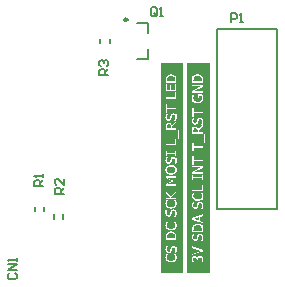
<source format=gto>
G04*
G04 #@! TF.GenerationSoftware,Altium Limited,Altium Designer,20.2.5 (213)*
G04*
G04 Layer_Color=65535*
%FSLAX25Y25*%
%MOIN*%
G70*
G04*
G04 #@! TF.SameCoordinates,30BD3B00-C382-4E22-9566-45DB6D5F9054*
G04*
G04*
G04 #@! TF.FilePolarity,Positive*
G04*
G01*
G75*
%ADD10C,0.00984*%
%ADD11C,0.00787*%
%ADD12C,0.00600*%
G36*
X52165Y12244D02*
X44560D01*
Y82244D01*
X52165D01*
Y12244D01*
D02*
G37*
G36*
X61024Y82244D02*
Y12244D01*
X53418D01*
Y82244D01*
X61024D01*
D02*
G37*
%LPC*%
G36*
X49841Y78588D02*
D01*
Y76574D01*
X49837Y76732D01*
Y76803D01*
X49833Y76869D01*
X49829Y76936D01*
X49825Y76994D01*
X49821Y77048D01*
X49812Y77098D01*
X49808Y77144D01*
X49804Y77182D01*
X49800Y77215D01*
X49796Y77244D01*
X49792Y77265D01*
Y77281D01*
X49787Y77290D01*
Y77294D01*
X49762Y77398D01*
X49725Y77502D01*
X49688Y77593D01*
X49650Y77681D01*
X49613Y77751D01*
X49596Y77781D01*
X49584Y77806D01*
X49571Y77822D01*
X49563Y77839D01*
X49554Y77847D01*
Y77851D01*
X49463Y77972D01*
X49363Y78076D01*
X49263Y78167D01*
X49163Y78246D01*
X49118Y78280D01*
X49076Y78309D01*
X49039Y78330D01*
X49005Y78351D01*
X48976Y78367D01*
X48955Y78380D01*
X48943Y78384D01*
X48939Y78388D01*
X48864Y78421D01*
X48785Y78455D01*
X48631Y78504D01*
X48481Y78538D01*
X48410Y78550D01*
X48340Y78563D01*
X48277Y78571D01*
X48223Y78579D01*
X48169Y78583D01*
X48128D01*
X48094Y78588D01*
X47949D01*
X47853Y78579D01*
X47766Y78571D01*
X47678Y78558D01*
X47599Y78542D01*
X47524Y78525D01*
X47458Y78509D01*
X47391Y78492D01*
X47337Y78475D01*
X47283Y78459D01*
X47242Y78442D01*
X47204Y78425D01*
X47175Y78413D01*
X47154Y78405D01*
X47142Y78400D01*
X47137Y78396D01*
X47000Y78317D01*
X46880Y78230D01*
X46826Y78184D01*
X46776Y78142D01*
X46730Y78097D01*
X46684Y78055D01*
X46647Y78013D01*
X46617Y77976D01*
X46588Y77943D01*
X46563Y77914D01*
X46547Y77889D01*
X46534Y77872D01*
X46526Y77860D01*
X46522Y77855D01*
X46476Y77776D01*
X46435Y77693D01*
X46397Y77610D01*
X46368Y77531D01*
X46343Y77464D01*
X46335Y77435D01*
X46326Y77410D01*
X46322Y77390D01*
X46318Y77373D01*
X46314Y77365D01*
Y77360D01*
X46301Y77306D01*
X46289Y77244D01*
X46268Y77115D01*
X46256Y76982D01*
X46243Y76857D01*
Y76795D01*
X46239Y76741D01*
Y76691D01*
X46235Y76649D01*
Y75746D01*
X49841D01*
Y78588D01*
D02*
G37*
G36*
Y75222D02*
X49413D01*
Y73442D01*
X48078D01*
Y75102D01*
X47649D01*
Y73442D01*
X46663D01*
Y75222D01*
X46235D01*
Y72963D01*
X49841D01*
Y75222D01*
D02*
G37*
G36*
Y72585D02*
X49413D01*
Y70971D01*
X46235D01*
Y70492D01*
X49841D01*
Y72585D01*
D02*
G37*
G36*
Y68575D02*
Y67364D01*
X46663D01*
Y68575D01*
X46235D01*
Y65675D01*
X49841D01*
Y68575D01*
D02*
G37*
G36*
X49908Y65550D02*
Y64277D01*
X49904Y64398D01*
X49896Y64502D01*
X49883Y64597D01*
X49867Y64677D01*
X49858Y64710D01*
X49850Y64739D01*
X49846Y64768D01*
X49837Y64789D01*
X49833Y64806D01*
X49829Y64818D01*
X49825Y64822D01*
Y64826D01*
X49792Y64905D01*
X49750Y64980D01*
X49712Y65047D01*
X49671Y65105D01*
X49638Y65155D01*
X49608Y65192D01*
X49592Y65213D01*
X49584Y65222D01*
X49525Y65276D01*
X49467Y65325D01*
X49409Y65367D01*
X49355Y65400D01*
X49305Y65425D01*
X49267Y65446D01*
X49242Y65459D01*
X49238Y65463D01*
X49234D01*
X49155Y65492D01*
X49080Y65513D01*
X49009Y65529D01*
X48947Y65538D01*
X48893Y65546D01*
X48856Y65550D01*
X48818D01*
X48698Y65542D01*
X48589Y65521D01*
X48489Y65496D01*
X48410Y65463D01*
X48373Y65446D01*
X48344Y65430D01*
X48315Y65417D01*
X48294Y65405D01*
X48277Y65392D01*
X48261Y65384D01*
X48256Y65380D01*
X48252Y65375D01*
X48211Y65342D01*
X48169Y65305D01*
X48098Y65217D01*
X48040Y65130D01*
X47990Y65039D01*
X47953Y64959D01*
X47940Y64922D01*
X47928Y64893D01*
X47920Y64868D01*
X47911Y64847D01*
X47907Y64835D01*
Y64830D01*
X47890Y64772D01*
X47874Y64714D01*
X47857Y64652D01*
X47840Y64593D01*
X47828Y64543D01*
X47820Y64502D01*
X47816Y64485D01*
Y64473D01*
X47811Y64469D01*
Y64464D01*
X47791Y64385D01*
X47774Y64315D01*
X47757Y64248D01*
X47745Y64194D01*
X47732Y64152D01*
X47724Y64119D01*
X47716Y64098D01*
Y64090D01*
X47691Y64011D01*
X47657Y63940D01*
X47628Y63878D01*
X47595Y63828D01*
X47566Y63791D01*
X47541Y63761D01*
X47524Y63745D01*
X47520Y63741D01*
X47466Y63699D01*
X47404Y63670D01*
X47346Y63649D01*
X47287Y63637D01*
X47233Y63628D01*
X47192Y63620D01*
X47175D01*
X47163D01*
X47158D01*
X47154D01*
X47108Y63624D01*
X47063Y63628D01*
X46984Y63653D01*
X46913Y63687D01*
X46855Y63724D01*
X46805Y63761D01*
X46771Y63791D01*
X46751Y63815D01*
X46742Y63820D01*
Y63824D01*
X46688Y63907D01*
X46651Y63994D01*
X46622Y64086D01*
X46605Y64173D01*
X46593Y64248D01*
X46588Y64281D01*
Y64310D01*
X46584Y64331D01*
Y64365D01*
X46588Y64473D01*
X46601Y64577D01*
X46622Y64672D01*
X46643Y64756D01*
X46667Y64826D01*
X46676Y64855D01*
X46684Y64880D01*
X46692Y64901D01*
X46701Y64914D01*
X46705Y64922D01*
Y64926D01*
X46751Y65022D01*
X46796Y65109D01*
X46842Y65184D01*
X46884Y65251D01*
X46921Y65301D01*
X46950Y65338D01*
X46967Y65363D01*
X46975Y65371D01*
Y65409D01*
X46401D01*
X46364Y65321D01*
X46330Y65234D01*
X46301Y65147D01*
X46276Y65072D01*
X46256Y65005D01*
X46247Y64976D01*
X46243Y64951D01*
X46239Y64930D01*
X46235Y64918D01*
X46231Y64909D01*
Y64905D01*
X46210Y64801D01*
X46193Y64701D01*
X46185Y64606D01*
X46176Y64518D01*
X46172Y64444D01*
X46168Y64410D01*
Y64444D01*
Y64331D01*
X46172Y64236D01*
X46181Y64144D01*
X46197Y64057D01*
X46214Y63973D01*
X46239Y63894D01*
X46264Y63824D01*
X46289Y63757D01*
X46318Y63699D01*
X46347Y63645D01*
X46372Y63599D01*
X46397Y63557D01*
X46422Y63524D01*
X46439Y63495D01*
X46455Y63478D01*
X46464Y63466D01*
X46468Y63462D01*
X46526Y63404D01*
X46584Y63349D01*
X46647Y63304D01*
X46709Y63266D01*
X46767Y63233D01*
X46830Y63204D01*
X46888Y63183D01*
X46946Y63162D01*
X47000Y63150D01*
X47050Y63137D01*
X47092Y63133D01*
X47129Y63125D01*
X47163D01*
X47183Y63121D01*
X47200D01*
X47204D01*
X47279Y63125D01*
X47350Y63129D01*
X47412Y63137D01*
X47466Y63150D01*
X47512Y63162D01*
X47545Y63171D01*
X47566Y63175D01*
X47574Y63179D01*
X47633Y63204D01*
X47687Y63233D01*
X47732Y63262D01*
X47774Y63291D01*
X47807Y63316D01*
X47832Y63337D01*
X47849Y63349D01*
X47853Y63354D01*
X47899Y63395D01*
X47936Y63441D01*
X47969Y63487D01*
X47999Y63528D01*
X48024Y63562D01*
X48040Y63591D01*
X48048Y63607D01*
X48053Y63616D01*
X48103Y63732D01*
X48123Y63786D01*
X48140Y63840D01*
X48157Y63882D01*
X48165Y63919D01*
X48169Y63940D01*
X48173Y63949D01*
X48194Y64023D01*
X48211Y64094D01*
X48223Y64152D01*
X48236Y64202D01*
X48248Y64244D01*
X48256Y64273D01*
X48261Y64294D01*
Y64298D01*
X48286Y64402D01*
X48298Y64456D01*
X48311Y64502D01*
X48323Y64543D01*
X48331Y64573D01*
X48336Y64593D01*
X48340Y64602D01*
X48369Y64685D01*
X48398Y64751D01*
X48435Y64814D01*
X48465Y64860D01*
X48498Y64897D01*
X48523Y64922D01*
X48539Y64939D01*
X48544Y64943D01*
X48598Y64980D01*
X48656Y65005D01*
X48714Y65026D01*
X48768Y65039D01*
X48818Y65047D01*
X48856Y65051D01*
X48872D01*
X48885D01*
X48889D01*
X48893D01*
X48943Y65047D01*
X48989Y65043D01*
X49076Y65018D01*
X49151Y64989D01*
X49213Y64951D01*
X49263Y64914D01*
X49301Y64880D01*
X49321Y64855D01*
X49330Y64851D01*
Y64847D01*
X49359Y64806D01*
X49384Y64764D01*
X49426Y64668D01*
X49450Y64568D01*
X49471Y64469D01*
X49484Y64381D01*
X49488Y64344D01*
Y64310D01*
X49492Y64281D01*
Y64244D01*
X49488Y64140D01*
X49471Y64036D01*
X49455Y63940D01*
X49430Y63849D01*
X49421Y63811D01*
X49409Y63774D01*
X49400Y63745D01*
X49388Y63716D01*
X49384Y63695D01*
X49376Y63678D01*
X49371Y63670D01*
Y63666D01*
X49321Y63557D01*
X49267Y63458D01*
X49209Y63366D01*
X49155Y63287D01*
X49105Y63221D01*
X49080Y63191D01*
X49064Y63171D01*
X49047Y63154D01*
X49035Y63142D01*
X49030Y63133D01*
X49026Y63129D01*
Y63096D01*
X46168D01*
D01*
X49908D01*
Y65550D01*
D02*
G37*
G36*
X49841Y62988D02*
D01*
X48273Y61702D01*
X48219Y61823D01*
X48157Y61935D01*
X48090Y62027D01*
X48028Y62106D01*
X47999Y62139D01*
X47969Y62164D01*
X47945Y62189D01*
X47920Y62210D01*
X47903Y62226D01*
X47890Y62239D01*
X47882Y62243D01*
X47878Y62247D01*
X47828Y62285D01*
X47774Y62314D01*
X47720Y62343D01*
X47662Y62364D01*
X47554Y62401D01*
X47445Y62426D01*
X47400Y62434D01*
X47354Y62438D01*
X47316Y62447D01*
X47283D01*
X47254Y62451D01*
X47233D01*
X47221D01*
X47216D01*
X47117Y62447D01*
X47021Y62434D01*
X46942Y62414D01*
X46871Y62397D01*
X46817Y62376D01*
X46776Y62355D01*
X46763Y62351D01*
X46751Y62343D01*
X46747Y62339D01*
X46742D01*
X46672Y62293D01*
X46613Y62247D01*
X46559Y62197D01*
X46514Y62147D01*
X46476Y62106D01*
X46447Y62072D01*
X46430Y62047D01*
X46426Y62043D01*
Y62039D01*
X46385Y61968D01*
X46351Y61898D01*
X46326Y61831D01*
X46306Y61769D01*
X46289Y61719D01*
X46281Y61677D01*
X46276Y61661D01*
X46272Y61648D01*
Y61640D01*
X46260Y61557D01*
X46251Y61473D01*
X46243Y61386D01*
X46239Y61303D01*
X46235Y61232D01*
Y60196D01*
X49841D01*
Y62988D01*
D02*
G37*
G36*
Y59868D02*
D01*
Y58489D01*
Y59868D01*
D02*
G37*
G36*
X50565D02*
X50253D01*
Y57085D01*
X49841D01*
Y57109D01*
X49413D01*
Y55495D01*
X46235D01*
Y55017D01*
X49841D01*
Y57085D01*
X50565D01*
Y59868D01*
D02*
G37*
G36*
X49841Y52875D02*
X49471D01*
Y52413D01*
X46605D01*
Y52875D01*
X46235D01*
Y51473D01*
X49841D01*
Y52875D01*
D02*
G37*
G36*
X49908Y51123D02*
Y49850D01*
X49904Y49971D01*
X49896Y50075D01*
X49883Y50171D01*
X49867Y50250D01*
X49858Y50283D01*
X49850Y50312D01*
X49846Y50341D01*
X49837Y50362D01*
X49833Y50379D01*
X49829Y50391D01*
X49825Y50395D01*
Y50399D01*
X49792Y50479D01*
X49750Y50553D01*
X49712Y50620D01*
X49671Y50678D01*
X49638Y50728D01*
X49608Y50766D01*
X49592Y50786D01*
X49584Y50795D01*
X49525Y50849D01*
X49467Y50899D01*
X49409Y50940D01*
X49355Y50973D01*
X49305Y50999D01*
X49267Y51019D01*
X49242Y51032D01*
X49238Y51036D01*
X49234D01*
X49155Y51065D01*
X49080Y51086D01*
X49009Y51103D01*
X48947Y51111D01*
X48893Y51119D01*
X48856Y51123D01*
X48818D01*
X48698Y51115D01*
X48589Y51094D01*
X48489Y51069D01*
X48410Y51036D01*
X48373Y51019D01*
X48344Y51003D01*
X48315Y50990D01*
X48294Y50978D01*
X48277Y50965D01*
X48261Y50957D01*
X48256Y50953D01*
X48252Y50949D01*
X48211Y50915D01*
X48169Y50878D01*
X48098Y50791D01*
X48040Y50703D01*
X47990Y50612D01*
X47953Y50533D01*
X47940Y50495D01*
X47928Y50466D01*
X47920Y50441D01*
X47911Y50420D01*
X47907Y50408D01*
Y50404D01*
X47890Y50345D01*
X47874Y50287D01*
X47857Y50225D01*
X47840Y50166D01*
X47828Y50117D01*
X47820Y50075D01*
X47816Y50058D01*
Y50046D01*
X47811Y50042D01*
Y50037D01*
X47791Y49959D01*
X47774Y49888D01*
X47757Y49821D01*
X47745Y49767D01*
X47732Y49725D01*
X47724Y49692D01*
X47716Y49671D01*
Y49663D01*
X47691Y49584D01*
X47657Y49513D01*
X47628Y49451D01*
X47595Y49401D01*
X47566Y49364D01*
X47541Y49334D01*
X47524Y49318D01*
X47520Y49314D01*
X47466Y49272D01*
X47404Y49243D01*
X47346Y49222D01*
X47287Y49210D01*
X47233Y49201D01*
X47192Y49193D01*
X47175D01*
X47163D01*
X47158D01*
X47154D01*
X47108Y49197D01*
X47063Y49201D01*
X46984Y49226D01*
X46913Y49260D01*
X46855Y49297D01*
X46805Y49334D01*
X46771Y49364D01*
X46751Y49389D01*
X46742Y49393D01*
Y49397D01*
X46688Y49480D01*
X46651Y49567D01*
X46622Y49659D01*
X46605Y49746D01*
X46593Y49821D01*
X46588Y49854D01*
Y49884D01*
X46584Y49904D01*
Y49938D01*
X46588Y50046D01*
X46601Y50150D01*
X46622Y50245D01*
X46643Y50329D01*
X46667Y50399D01*
X46676Y50429D01*
X46684Y50454D01*
X46692Y50474D01*
X46701Y50487D01*
X46705Y50495D01*
Y50499D01*
X46751Y50595D01*
X46796Y50682D01*
X46842Y50757D01*
X46884Y50824D01*
X46921Y50874D01*
X46950Y50911D01*
X46967Y50936D01*
X46975Y50944D01*
Y50982D01*
X46401D01*
X46364Y50894D01*
X46330Y50807D01*
X46301Y50720D01*
X46276Y50645D01*
X46256Y50578D01*
X46247Y50549D01*
X46243Y50524D01*
X46239Y50503D01*
X46235Y50491D01*
X46231Y50483D01*
Y50479D01*
X46210Y50375D01*
X46193Y50275D01*
X46185Y50179D01*
X46176Y50092D01*
X46172Y50017D01*
X46168Y49983D01*
Y50017D01*
Y49904D01*
X46172Y49809D01*
X46181Y49717D01*
X46197Y49630D01*
X46214Y49547D01*
X46239Y49468D01*
X46264Y49397D01*
X46289Y49330D01*
X46318Y49272D01*
X46347Y49218D01*
X46372Y49172D01*
X46397Y49131D01*
X46422Y49097D01*
X46439Y49068D01*
X46455Y49052D01*
X46464Y49039D01*
X46468Y49035D01*
X46526Y48977D01*
X46584Y48923D01*
X46647Y48877D01*
X46709Y48839D01*
X46767Y48806D01*
X46830Y48777D01*
X46888Y48756D01*
X46946Y48735D01*
X47000Y48723D01*
X47050Y48711D01*
X47092Y48706D01*
X47129Y48698D01*
X47163D01*
X47183Y48694D01*
X47200D01*
X47204D01*
X47279Y48698D01*
X47350Y48702D01*
X47412Y48711D01*
X47466Y48723D01*
X47512Y48735D01*
X47545Y48744D01*
X47566Y48748D01*
X47574Y48752D01*
X47633Y48777D01*
X47687Y48806D01*
X47732Y48835D01*
X47774Y48864D01*
X47807Y48889D01*
X47832Y48910D01*
X47849Y48923D01*
X47853Y48927D01*
X47899Y48968D01*
X47936Y49014D01*
X47969Y49060D01*
X47999Y49101D01*
X48024Y49135D01*
X48040Y49164D01*
X48048Y49181D01*
X48053Y49189D01*
X48103Y49305D01*
X48123Y49359D01*
X48140Y49413D01*
X48157Y49455D01*
X48165Y49493D01*
X48169Y49513D01*
X48173Y49522D01*
X48194Y49597D01*
X48211Y49667D01*
X48223Y49725D01*
X48236Y49775D01*
X48248Y49817D01*
X48256Y49846D01*
X48261Y49867D01*
Y49871D01*
X48286Y49975D01*
X48298Y50029D01*
X48311Y50075D01*
X48323Y50117D01*
X48331Y50146D01*
X48336Y50166D01*
X48340Y50175D01*
X48369Y50258D01*
X48398Y50325D01*
X48435Y50387D01*
X48465Y50433D01*
X48498Y50470D01*
X48523Y50495D01*
X48539Y50512D01*
X48544Y50516D01*
X48598Y50553D01*
X48656Y50578D01*
X48714Y50599D01*
X48768Y50612D01*
X48818Y50620D01*
X48856Y50624D01*
X48872D01*
X48885D01*
X48889D01*
X48893D01*
X48943Y50620D01*
X48989Y50616D01*
X49076Y50591D01*
X49151Y50562D01*
X49213Y50524D01*
X49263Y50487D01*
X49301Y50454D01*
X49321Y50429D01*
X49330Y50424D01*
Y50420D01*
X49359Y50379D01*
X49384Y50337D01*
X49426Y50241D01*
X49450Y50142D01*
X49471Y50042D01*
X49484Y49954D01*
X49488Y49917D01*
Y49884D01*
X49492Y49854D01*
Y49817D01*
X49488Y49713D01*
X49471Y49609D01*
X49455Y49513D01*
X49430Y49422D01*
X49421Y49384D01*
X49409Y49347D01*
X49400Y49318D01*
X49388Y49289D01*
X49384Y49268D01*
X49376Y49251D01*
X49371Y49243D01*
Y49239D01*
X49321Y49131D01*
X49267Y49031D01*
X49209Y48939D01*
X49155Y48860D01*
X49105Y48794D01*
X49080Y48765D01*
X49064Y48744D01*
X49047Y48727D01*
X49035Y48715D01*
X49030Y48706D01*
X49026Y48702D01*
Y48669D01*
X46168D01*
D01*
X49908D01*
Y51123D01*
D02*
G37*
G36*
X48115Y48324D02*
X48040D01*
X47878Y48319D01*
X47724Y48307D01*
X47657Y48299D01*
X47591Y48286D01*
X47528Y48278D01*
X47470Y48265D01*
X47420Y48253D01*
X47375Y48245D01*
X47337Y48236D01*
X47304Y48224D01*
X47275Y48220D01*
X47258Y48211D01*
X47246Y48207D01*
X47242D01*
X47113Y48161D01*
X47000Y48111D01*
X46900Y48057D01*
X46813Y48003D01*
X46776Y47982D01*
X46742Y47958D01*
X46717Y47937D01*
X46692Y47920D01*
X46676Y47908D01*
X46663Y47895D01*
X46655Y47891D01*
X46651Y47887D01*
X46568Y47808D01*
X46497Y47725D01*
X46435Y47641D01*
X46380Y47562D01*
X46343Y47492D01*
X46326Y47462D01*
X46314Y47438D01*
X46301Y47417D01*
X46293Y47400D01*
X46289Y47392D01*
Y47388D01*
X46247Y47275D01*
X46214Y47159D01*
X46193Y47047D01*
X46176Y46942D01*
X46172Y46897D01*
X46168Y46855D01*
X46164Y46818D01*
X46160Y46784D01*
Y46722D01*
X46164Y46589D01*
X46181Y46468D01*
X46197Y46356D01*
X46210Y46306D01*
X46222Y46256D01*
X46235Y46215D01*
X46243Y46177D01*
X46256Y46144D01*
X46264Y46115D01*
X46272Y46094D01*
X46281Y46077D01*
X46285Y46069D01*
Y46065D01*
X46335Y45957D01*
X46393Y45861D01*
X46455Y45778D01*
X46514Y45703D01*
X46568Y45645D01*
X46593Y45620D01*
X46609Y45599D01*
X46626Y45582D01*
X46638Y45570D01*
X46647Y45566D01*
X46651Y45561D01*
X46747Y45487D01*
X46846Y45424D01*
X46946Y45370D01*
X47038Y45324D01*
X47079Y45303D01*
X47121Y45287D01*
X47154Y45274D01*
X47183Y45262D01*
X47208Y45254D01*
X47225Y45245D01*
X47237Y45241D01*
X47242D01*
X47375Y45204D01*
X47512Y45175D01*
X47645Y45158D01*
X47770Y45141D01*
X47828Y45137D01*
X47878Y45133D01*
X47924D01*
X47965Y45129D01*
X46160D01*
D01*
X49916D01*
D01*
X48040D01*
X48202Y45133D01*
X48352Y45145D01*
X48423Y45154D01*
X48489Y45162D01*
X48548Y45175D01*
X48606Y45183D01*
X48656Y45191D01*
X48702Y45204D01*
X48743Y45212D01*
X48777Y45220D01*
X48801Y45229D01*
X48822Y45233D01*
X48835Y45237D01*
X48839D01*
X48964Y45283D01*
X49076Y45333D01*
X49176Y45387D01*
X49263Y45441D01*
X49301Y45461D01*
X49334Y45487D01*
X49359Y45507D01*
X49384Y45524D01*
X49400Y45536D01*
X49413Y45549D01*
X49421Y45553D01*
X49426Y45557D01*
X49513Y45640D01*
X49588Y45724D01*
X49650Y45811D01*
X49704Y45890D01*
X49742Y45957D01*
X49758Y45986D01*
X49771Y46011D01*
X49783Y46031D01*
X49792Y46048D01*
X49796Y46056D01*
Y46061D01*
X49837Y46173D01*
X49867Y46289D01*
X49887Y46402D01*
X49900Y46501D01*
X49908Y46547D01*
Y46589D01*
X49912Y46626D01*
X49916Y46660D01*
Y46851D01*
Y46722D01*
X49912Y46851D01*
X49900Y46972D01*
X49879Y47084D01*
X49858Y47180D01*
X49846Y47221D01*
X49837Y47259D01*
X49825Y47292D01*
X49817Y47321D01*
X49812Y47342D01*
X49804Y47359D01*
X49800Y47367D01*
Y47371D01*
X49750Y47479D01*
X49692Y47575D01*
X49629Y47662D01*
X49567Y47741D01*
X49513Y47804D01*
X49488Y47829D01*
X49467Y47849D01*
X49450Y47866D01*
X49438Y47879D01*
X49430Y47883D01*
X49426Y47887D01*
X49334Y47962D01*
X49234Y48028D01*
X49134Y48082D01*
X49043Y48128D01*
X48960Y48166D01*
X48922Y48178D01*
X48893Y48191D01*
X48868Y48199D01*
X48851Y48207D01*
X48839Y48211D01*
X48835D01*
X48698Y48249D01*
X48560Y48278D01*
X48427Y48294D01*
X48307Y48311D01*
X48248Y48315D01*
X48198Y48319D01*
X48153D01*
X48115Y48324D01*
D02*
G37*
G36*
X49841Y44605D02*
X46235D01*
Y43939D01*
X48244Y43069D01*
X46235Y42167D01*
Y41514D01*
X49841D01*
Y44605D01*
D02*
G37*
G36*
Y39675D02*
D01*
X47849Y38090D01*
X46235Y39588D01*
Y39675D01*
Y37046D01*
X49841D01*
Y37524D01*
X48402D01*
X48165Y37732D01*
X49841Y39051D01*
Y39675D01*
D02*
G37*
G36*
X49600Y36601D02*
X49026D01*
Y36563D01*
X49072Y36513D01*
X49118Y36463D01*
X49134Y36443D01*
X49151Y36426D01*
X49159Y36413D01*
X49163Y36409D01*
X49222Y36334D01*
X49247Y36297D01*
X49272Y36260D01*
X49288Y36226D01*
X49305Y36201D01*
X49313Y36185D01*
X49317Y36181D01*
X49367Y36072D01*
X49388Y36018D01*
X49409Y35968D01*
X49421Y35923D01*
X49434Y35889D01*
X49438Y35869D01*
X49442Y35864D01*
Y35860D01*
X49459Y35794D01*
X49471Y35727D01*
X49480Y35661D01*
X49484Y35602D01*
X49488Y35552D01*
X49492Y35515D01*
Y35478D01*
X49488Y35394D01*
X49480Y35315D01*
X49463Y35240D01*
X49446Y35174D01*
X49434Y35120D01*
X49417Y35082D01*
X49413Y35066D01*
X49409Y35053D01*
X49405Y35049D01*
Y35045D01*
X49367Y34970D01*
X49326Y34903D01*
X49280Y34845D01*
X49234Y34791D01*
X49197Y34749D01*
X49163Y34716D01*
X49143Y34700D01*
X49134Y34691D01*
X49064Y34637D01*
X48989Y34587D01*
X48910Y34546D01*
X48839Y34512D01*
X48781Y34483D01*
X48752Y34471D01*
X48731Y34462D01*
X48710Y34454D01*
X48698Y34450D01*
X48689Y34446D01*
X48685D01*
X48581Y34417D01*
X48469Y34396D01*
X48365Y34379D01*
X48265Y34371D01*
X48219Y34367D01*
X48177Y34363D01*
X48140D01*
X48107Y34359D01*
X48082D01*
X48061D01*
X48048D01*
X48044D01*
X47920Y34363D01*
X47803Y34371D01*
X47695Y34383D01*
X47603Y34400D01*
X47562Y34408D01*
X47528Y34417D01*
X47495Y34421D01*
X47470Y34429D01*
X47449Y34433D01*
X47433Y34438D01*
X47425Y34442D01*
X47420D01*
X47321Y34475D01*
X47229Y34512D01*
X47150Y34554D01*
X47083Y34591D01*
X47029Y34625D01*
X46992Y34654D01*
X46967Y34670D01*
X46959Y34679D01*
X46892Y34737D01*
X46838Y34799D01*
X46788Y34862D01*
X46751Y34916D01*
X46722Y34966D01*
X46696Y35007D01*
X46684Y35032D01*
X46680Y35037D01*
Y35041D01*
X46647Y35120D01*
X46626Y35199D01*
X46609Y35269D01*
X46597Y35336D01*
X46588Y35394D01*
X46584Y35440D01*
Y35557D01*
X46593Y35627D01*
X46601Y35690D01*
X46609Y35744D01*
X46617Y35789D01*
X46626Y35823D01*
X46630Y35844D01*
X46634Y35852D01*
X46655Y35914D01*
X46676Y35968D01*
X46692Y36022D01*
X46713Y36068D01*
X46730Y36101D01*
X46742Y36131D01*
X46751Y36151D01*
X46755Y36156D01*
X46784Y36206D01*
X46813Y36251D01*
X46842Y36293D01*
X46867Y36330D01*
X46888Y36359D01*
X46905Y36380D01*
X46913Y36393D01*
X46917Y36397D01*
X46975Y36463D01*
X46996Y36493D01*
X47017Y36518D01*
X47034Y36534D01*
X47046Y36547D01*
X47050Y36555D01*
X47054Y36559D01*
Y36601D01*
X46476D01*
X46430Y36513D01*
X46409Y36472D01*
X46389Y36434D01*
X46376Y36401D01*
X46364Y36376D01*
X46360Y36359D01*
X46355Y36355D01*
X46318Y36268D01*
X46301Y36226D01*
X46289Y36193D01*
X46281Y36160D01*
X46272Y36139D01*
X46264Y36122D01*
Y36118D01*
X46235Y36014D01*
X46227Y35964D01*
X46214Y35919D01*
X46206Y35881D01*
X46202Y35848D01*
X46197Y35831D01*
Y35823D01*
X46181Y35702D01*
X46176Y35644D01*
X46172Y35594D01*
X46168Y35548D01*
Y35482D01*
X46172Y35349D01*
X46189Y35224D01*
X46210Y35111D01*
X46222Y35061D01*
X46231Y35016D01*
X46243Y34970D01*
X46256Y34933D01*
X46268Y34899D01*
X46276Y34874D01*
X46285Y34849D01*
X46293Y34833D01*
X46297Y34824D01*
Y34820D01*
X46351Y34712D01*
X46409Y34616D01*
X46472Y34529D01*
X46530Y34454D01*
X46584Y34392D01*
X46609Y34367D01*
X46626Y34346D01*
X46643Y34329D01*
X46655Y34317D01*
X46663Y34313D01*
X46667Y34309D01*
X46763Y34229D01*
X46863Y34163D01*
X46963Y34105D01*
X47054Y34059D01*
X47096Y34038D01*
X47133Y34021D01*
X47167Y34005D01*
X47196Y33992D01*
X47221Y33984D01*
X47237Y33976D01*
X47250Y33972D01*
X47254D01*
X47383Y33934D01*
X47520Y33905D01*
X47653Y33888D01*
X47774Y33872D01*
X47832Y33868D01*
X47882Y33863D01*
X47928D01*
X47969Y33859D01*
X46168D01*
D01*
X49908D01*
D01*
X48044D01*
X48211Y33863D01*
X48360Y33876D01*
X48431Y33888D01*
X48498Y33897D01*
X48560Y33905D01*
X48619Y33917D01*
X48668Y33930D01*
X48714Y33938D01*
X48756Y33951D01*
X48789Y33959D01*
X48814Y33963D01*
X48835Y33972D01*
X48847Y33976D01*
X48851D01*
X48976Y34026D01*
X49088Y34080D01*
X49188Y34134D01*
X49276Y34188D01*
X49313Y34213D01*
X49347Y34238D01*
X49371Y34259D01*
X49396Y34275D01*
X49413Y34292D01*
X49426Y34304D01*
X49434Y34309D01*
X49438Y34313D01*
X49521Y34396D01*
X49592Y34483D01*
X49650Y34567D01*
X49700Y34646D01*
X49742Y34716D01*
X49758Y34745D01*
X49771Y34770D01*
X49779Y34791D01*
X49787Y34808D01*
X49792Y34816D01*
Y34820D01*
X49829Y34933D01*
X49858Y35049D01*
X49879Y35157D01*
X49891Y35261D01*
X49900Y35303D01*
Y35344D01*
X49904Y35382D01*
X49908Y35415D01*
Y35702D01*
Y35552D01*
X49904Y35619D01*
X49900Y35677D01*
X49891Y35731D01*
X49887Y35769D01*
X49883Y35798D01*
X49879Y35819D01*
Y35823D01*
X49858Y35927D01*
X49846Y35977D01*
X49833Y36022D01*
X49821Y36060D01*
X49812Y36093D01*
X49804Y36110D01*
Y36118D01*
X49787Y36172D01*
X49771Y36222D01*
X49754Y36264D01*
X49738Y36301D01*
X49725Y36330D01*
X49717Y36355D01*
X49712Y36368D01*
X49708Y36372D01*
X49667Y36455D01*
X49650Y36493D01*
X49633Y36526D01*
X49621Y36555D01*
X49608Y36580D01*
X49604Y36597D01*
X49600Y36601D01*
D02*
G37*
G36*
X48856Y33576D02*
X48818D01*
X48698Y33568D01*
X48589Y33547D01*
X48489Y33522D01*
X48410Y33489D01*
X48373Y33472D01*
X48344Y33456D01*
X48315Y33443D01*
X48294Y33431D01*
X48277Y33418D01*
X48261Y33410D01*
X48256Y33406D01*
X48252Y33402D01*
X48211Y33368D01*
X48169Y33331D01*
X48098Y33244D01*
X48040Y33156D01*
X47990Y33065D01*
X47953Y32986D01*
X47940Y32948D01*
X47928Y32919D01*
X47920Y32894D01*
X47911Y32873D01*
X47907Y32861D01*
Y32857D01*
X47890Y32798D01*
X47874Y32740D01*
X47857Y32678D01*
X47840Y32620D01*
X47828Y32570D01*
X47820Y32528D01*
X47816Y32511D01*
Y32499D01*
X47811Y32495D01*
Y32491D01*
X47791Y32412D01*
X47774Y32341D01*
X47757Y32274D01*
X47745Y32220D01*
X47732Y32179D01*
X47724Y32145D01*
X47716Y32125D01*
Y32116D01*
X47691Y32037D01*
X47657Y31967D01*
X47628Y31904D01*
X47595Y31854D01*
X47566Y31817D01*
X47541Y31788D01*
X47524Y31771D01*
X47520Y31767D01*
X47466Y31725D01*
X47404Y31696D01*
X47346Y31675D01*
X47287Y31663D01*
X47233Y31655D01*
X47192Y31646D01*
X47175D01*
X47163D01*
X47158D01*
X47154D01*
X47108Y31650D01*
X47063Y31655D01*
X46984Y31679D01*
X46913Y31713D01*
X46855Y31750D01*
X46805Y31788D01*
X46771Y31817D01*
X46751Y31842D01*
X46742Y31846D01*
Y31850D01*
X46688Y31933D01*
X46651Y32021D01*
X46622Y32112D01*
X46605Y32199D01*
X46593Y32274D01*
X46588Y32308D01*
Y32337D01*
X46584Y32357D01*
Y32391D01*
X46588Y32499D01*
X46601Y32603D01*
X46622Y32699D01*
X46643Y32782D01*
X46667Y32853D01*
X46676Y32882D01*
X46684Y32907D01*
X46692Y32927D01*
X46701Y32940D01*
X46705Y32948D01*
Y32952D01*
X46751Y33048D01*
X46796Y33135D01*
X46842Y33210D01*
X46884Y33277D01*
X46921Y33327D01*
X46950Y33364D01*
X46967Y33389D01*
X46975Y33397D01*
Y33435D01*
X46401D01*
X46364Y33348D01*
X46330Y33260D01*
X46301Y33173D01*
X46276Y33098D01*
X46256Y33031D01*
X46247Y33002D01*
X46243Y32977D01*
X46239Y32957D01*
X46235Y32944D01*
X46231Y32936D01*
Y32932D01*
X46210Y32828D01*
X46193Y32728D01*
X46185Y32632D01*
X46176Y32545D01*
X46172Y32470D01*
X46168Y32437D01*
Y33576D01*
D01*
Y31122D01*
X49908D01*
D01*
X49629D01*
X49671Y31214D01*
X49708Y31305D01*
X49742Y31392D01*
X49771Y31471D01*
X49796Y31538D01*
X49804Y31567D01*
X49812Y31592D01*
X49821Y31613D01*
X49825Y31625D01*
X49829Y31634D01*
Y31638D01*
X49854Y31746D01*
X49875Y31858D01*
X49887Y31971D01*
X49900Y32075D01*
Y32120D01*
X49904Y32166D01*
Y32204D01*
X49908Y32237D01*
Y32303D01*
X49904Y32424D01*
X49896Y32528D01*
X49883Y32624D01*
X49867Y32703D01*
X49858Y32736D01*
X49850Y32765D01*
X49846Y32794D01*
X49837Y32815D01*
X49833Y32832D01*
X49829Y32844D01*
X49825Y32848D01*
Y32853D01*
X49792Y32932D01*
X49750Y33007D01*
X49712Y33073D01*
X49671Y33131D01*
X49638Y33181D01*
X49608Y33219D01*
X49592Y33239D01*
X49584Y33248D01*
X49525Y33302D01*
X49467Y33352D01*
X49409Y33393D01*
X49355Y33427D01*
X49305Y33452D01*
X49267Y33472D01*
X49242Y33485D01*
X49238Y33489D01*
X49234D01*
X49155Y33518D01*
X49080Y33539D01*
X49009Y33556D01*
X48947Y33564D01*
X48893Y33572D01*
X48856Y33576D01*
D02*
G37*
G36*
X49600Y29304D02*
X49026D01*
Y29267D01*
X49072Y29217D01*
X49118Y29167D01*
X49134Y29146D01*
X49151Y29129D01*
X49159Y29117D01*
X49163Y29113D01*
X49222Y29038D01*
X49247Y29000D01*
X49272Y28963D01*
X49288Y28930D01*
X49305Y28905D01*
X49313Y28888D01*
X49317Y28884D01*
X49367Y28776D01*
X49388Y28722D01*
X49409Y28672D01*
X49421Y28626D01*
X49434Y28593D01*
X49438Y28572D01*
X49442Y28568D01*
Y28564D01*
X49459Y28497D01*
X49471Y28431D01*
X49480Y28364D01*
X49484Y28306D01*
X49488Y28256D01*
X49492Y28218D01*
Y28181D01*
X49488Y28098D01*
X49480Y28019D01*
X49463Y27944D01*
X49446Y27877D01*
X49434Y27823D01*
X49417Y27786D01*
X49413Y27769D01*
X49409Y27757D01*
X49405Y27752D01*
Y27748D01*
X49367Y27673D01*
X49326Y27607D01*
X49280Y27549D01*
X49234Y27494D01*
X49197Y27453D01*
X49163Y27420D01*
X49143Y27403D01*
X49134Y27395D01*
X49064Y27341D01*
X48989Y27291D01*
X48910Y27249D01*
X48839Y27216D01*
X48781Y27187D01*
X48752Y27174D01*
X48731Y27166D01*
X48710Y27158D01*
X48698Y27153D01*
X48689Y27149D01*
X48685D01*
X48581Y27120D01*
X48469Y27099D01*
X48365Y27083D01*
X48265Y27074D01*
X48219Y27070D01*
X48177Y27066D01*
X48140D01*
X48107Y27062D01*
X48082D01*
X48061D01*
X48048D01*
X48044D01*
X47920Y27066D01*
X47803Y27074D01*
X47695Y27087D01*
X47603Y27103D01*
X47562Y27112D01*
X47528Y27120D01*
X47495Y27124D01*
X47470Y27133D01*
X47449Y27137D01*
X47433Y27141D01*
X47425Y27145D01*
X47420D01*
X47321Y27178D01*
X47229Y27216D01*
X47150Y27257D01*
X47083Y27295D01*
X47029Y27328D01*
X46992Y27357D01*
X46967Y27374D01*
X46959Y27382D01*
X46892Y27440D01*
X46838Y27503D01*
X46788Y27565D01*
X46751Y27619D01*
X46722Y27669D01*
X46696Y27711D01*
X46684Y27736D01*
X46680Y27740D01*
Y27744D01*
X46647Y27823D01*
X46626Y27902D01*
X46609Y27973D01*
X46597Y28039D01*
X46588Y28098D01*
X46584Y28143D01*
Y28260D01*
X46593Y28331D01*
X46601Y28393D01*
X46609Y28447D01*
X46617Y28493D01*
X46626Y28526D01*
X46630Y28547D01*
X46634Y28555D01*
X46655Y28618D01*
X46676Y28672D01*
X46692Y28726D01*
X46713Y28772D01*
X46730Y28805D01*
X46742Y28834D01*
X46751Y28855D01*
X46755Y28859D01*
X46784Y28909D01*
X46813Y28955D01*
X46842Y28996D01*
X46867Y29034D01*
X46888Y29063D01*
X46905Y29084D01*
X46913Y29096D01*
X46917Y29100D01*
X46975Y29167D01*
X46996Y29196D01*
X47017Y29221D01*
X47034Y29237D01*
X47046Y29250D01*
X47050Y29258D01*
X47054Y29263D01*
Y29304D01*
X46476D01*
X46430Y29217D01*
X46409Y29175D01*
X46389Y29138D01*
X46376Y29104D01*
X46364Y29079D01*
X46360Y29063D01*
X46355Y29059D01*
X46318Y28971D01*
X46301Y28930D01*
X46289Y28896D01*
X46281Y28863D01*
X46272Y28842D01*
X46264Y28826D01*
Y28822D01*
X46235Y28717D01*
X46227Y28668D01*
X46214Y28622D01*
X46206Y28584D01*
X46202Y28551D01*
X46197Y28534D01*
Y28526D01*
X46181Y28405D01*
X46176Y28347D01*
X46172Y28297D01*
X46168Y28252D01*
Y28185D01*
X46172Y28052D01*
X46189Y27927D01*
X46210Y27815D01*
X46222Y27765D01*
X46231Y27719D01*
X46243Y27673D01*
X46256Y27636D01*
X46268Y27603D01*
X46276Y27578D01*
X46285Y27553D01*
X46293Y27536D01*
X46297Y27528D01*
Y27524D01*
X46351Y27415D01*
X46409Y27320D01*
X46472Y27232D01*
X46530Y27158D01*
X46584Y27095D01*
X46609Y27070D01*
X46626Y27049D01*
X46643Y27033D01*
X46655Y27020D01*
X46663Y27016D01*
X46667Y27012D01*
X46763Y26933D01*
X46863Y26866D01*
X46963Y26808D01*
X47054Y26762D01*
X47096Y26741D01*
X47133Y26725D01*
X47167Y26708D01*
X47196Y26696D01*
X47221Y26687D01*
X47237Y26679D01*
X47250Y26675D01*
X47254D01*
X47383Y26638D01*
X47520Y26608D01*
X47653Y26592D01*
X47774Y26575D01*
X47832Y26571D01*
X47882Y26567D01*
X47928D01*
X47969Y26563D01*
X46168D01*
D01*
X49908D01*
D01*
X48044D01*
X48211Y26567D01*
X48360Y26579D01*
X48431Y26592D01*
X48498Y26600D01*
X48560Y26608D01*
X48619Y26621D01*
X48668Y26633D01*
X48714Y26642D01*
X48756Y26654D01*
X48789Y26662D01*
X48814Y26667D01*
X48835Y26675D01*
X48847Y26679D01*
X48851D01*
X48976Y26729D01*
X49088Y26783D01*
X49188Y26837D01*
X49276Y26891D01*
X49313Y26916D01*
X49347Y26941D01*
X49371Y26962D01*
X49396Y26979D01*
X49413Y26995D01*
X49426Y27008D01*
X49434Y27012D01*
X49438Y27016D01*
X49521Y27099D01*
X49592Y27187D01*
X49650Y27270D01*
X49700Y27349D01*
X49742Y27420D01*
X49758Y27449D01*
X49771Y27474D01*
X49779Y27494D01*
X49787Y27511D01*
X49792Y27519D01*
Y27524D01*
X49829Y27636D01*
X49858Y27752D01*
X49879Y27861D01*
X49891Y27965D01*
X49900Y28006D01*
Y28048D01*
X49904Y28085D01*
X49908Y28119D01*
Y28405D01*
Y28256D01*
X49904Y28322D01*
X49900Y28381D01*
X49891Y28435D01*
X49887Y28472D01*
X49883Y28501D01*
X49879Y28522D01*
Y28526D01*
X49858Y28630D01*
X49846Y28680D01*
X49833Y28726D01*
X49821Y28763D01*
X49812Y28797D01*
X49804Y28813D01*
Y28822D01*
X49787Y28876D01*
X49771Y28925D01*
X49754Y28967D01*
X49738Y29005D01*
X49725Y29034D01*
X49717Y29059D01*
X49712Y29071D01*
X49708Y29075D01*
X49667Y29158D01*
X49650Y29196D01*
X49633Y29229D01*
X49621Y29258D01*
X49608Y29283D01*
X49604Y29300D01*
X49600Y29304D01*
D02*
G37*
G36*
X48094Y26247D02*
X47949D01*
X47853Y26238D01*
X47766Y26230D01*
X47678Y26217D01*
X47599Y26201D01*
X47524Y26184D01*
X47458Y26167D01*
X47391Y26151D01*
X47337Y26134D01*
X47283Y26118D01*
X47242Y26101D01*
X47204Y26084D01*
X47175Y26072D01*
X47154Y26063D01*
X47142Y26059D01*
X47137Y26055D01*
X47000Y25976D01*
X46880Y25889D01*
X46826Y25843D01*
X46776Y25801D01*
X46730Y25756D01*
X46684Y25714D01*
X46647Y25672D01*
X46617Y25635D01*
X46588Y25602D01*
X46563Y25573D01*
X46547Y25548D01*
X46534Y25531D01*
X46526Y25519D01*
X46522Y25514D01*
X46476Y25435D01*
X46435Y25352D01*
X46397Y25269D01*
X46368Y25190D01*
X46343Y25123D01*
X46335Y25094D01*
X46326Y25069D01*
X46322Y25048D01*
X46318Y25032D01*
X46314Y25023D01*
Y25019D01*
X46301Y24965D01*
X46289Y24903D01*
X46268Y24774D01*
X46256Y24641D01*
X46243Y24516D01*
Y24453D01*
X46239Y24399D01*
Y24350D01*
X46235Y24308D01*
Y24453D01*
Y23405D01*
X49841D01*
Y24233D01*
X49837Y24391D01*
Y24462D01*
X49833Y24528D01*
X49829Y24595D01*
X49825Y24653D01*
X49821Y24707D01*
X49812Y24757D01*
X49808Y24803D01*
X49804Y24840D01*
X49800Y24874D01*
X49796Y24903D01*
X49792Y24924D01*
Y24940D01*
X49787Y24949D01*
Y24953D01*
X49762Y25057D01*
X49725Y25161D01*
X49688Y25252D01*
X49650Y25340D01*
X49613Y25410D01*
X49596Y25439D01*
X49584Y25464D01*
X49571Y25481D01*
X49563Y25498D01*
X49554Y25506D01*
Y25510D01*
X49463Y25631D01*
X49363Y25735D01*
X49263Y25826D01*
X49163Y25905D01*
X49118Y25939D01*
X49076Y25968D01*
X49039Y25989D01*
X49005Y26009D01*
X48976Y26026D01*
X48955Y26039D01*
X48943Y26043D01*
X48939Y26047D01*
X48864Y26080D01*
X48785Y26113D01*
X48631Y26163D01*
X48481Y26197D01*
X48410Y26209D01*
X48340Y26221D01*
X48277Y26230D01*
X48223Y26238D01*
X48169Y26242D01*
X48128D01*
X48094Y26247D01*
D02*
G37*
G36*
X49908Y21363D02*
Y20090D01*
X49904Y20210D01*
X49896Y20314D01*
X49883Y20410D01*
X49867Y20489D01*
X49858Y20522D01*
X49850Y20551D01*
X49846Y20581D01*
X49837Y20601D01*
X49833Y20618D01*
X49829Y20630D01*
X49825Y20635D01*
Y20639D01*
X49792Y20718D01*
X49750Y20793D01*
X49712Y20859D01*
X49671Y20918D01*
X49638Y20967D01*
X49608Y21005D01*
X49592Y21026D01*
X49584Y21034D01*
X49525Y21088D01*
X49467Y21138D01*
X49409Y21180D01*
X49355Y21213D01*
X49305Y21238D01*
X49267Y21259D01*
X49242Y21271D01*
X49238Y21275D01*
X49234D01*
X49155Y21304D01*
X49080Y21325D01*
X49009Y21342D01*
X48947Y21350D01*
X48893Y21359D01*
X48856Y21363D01*
X48818D01*
X48698Y21354D01*
X48589Y21334D01*
X48489Y21309D01*
X48410Y21275D01*
X48373Y21259D01*
X48344Y21242D01*
X48315Y21229D01*
X48294Y21217D01*
X48277Y21205D01*
X48261Y21196D01*
X48256Y21192D01*
X48252Y21188D01*
X48211Y21155D01*
X48169Y21117D01*
X48098Y21030D01*
X48040Y20943D01*
X47990Y20851D01*
X47953Y20772D01*
X47940Y20734D01*
X47928Y20705D01*
X47920Y20680D01*
X47911Y20660D01*
X47907Y20647D01*
Y20643D01*
X47890Y20585D01*
X47874Y20527D01*
X47857Y20464D01*
X47840Y20406D01*
X47828Y20356D01*
X47820Y20314D01*
X47816Y20298D01*
Y20285D01*
X47811Y20281D01*
Y20277D01*
X47791Y20198D01*
X47774Y20127D01*
X47757Y20061D01*
X47745Y20007D01*
X47732Y19965D01*
X47724Y19932D01*
X47716Y19911D01*
Y19903D01*
X47691Y19823D01*
X47657Y19753D01*
X47628Y19690D01*
X47595Y19640D01*
X47566Y19603D01*
X47541Y19574D01*
X47524Y19557D01*
X47520Y19553D01*
X47466Y19511D01*
X47404Y19482D01*
X47346Y19462D01*
X47287Y19449D01*
X47233Y19441D01*
X47192Y19432D01*
X47175D01*
X47163D01*
X47158D01*
X47154D01*
X47108Y19437D01*
X47063Y19441D01*
X46984Y19466D01*
X46913Y19499D01*
X46855Y19536D01*
X46805Y19574D01*
X46771Y19603D01*
X46751Y19628D01*
X46742Y19632D01*
Y19636D01*
X46688Y19719D01*
X46651Y19807D01*
X46622Y19898D01*
X46605Y19986D01*
X46593Y20061D01*
X46588Y20094D01*
Y20123D01*
X46584Y20144D01*
Y20177D01*
X46588Y20285D01*
X46601Y20389D01*
X46622Y20485D01*
X46643Y20568D01*
X46667Y20639D01*
X46676Y20668D01*
X46684Y20693D01*
X46692Y20714D01*
X46701Y20726D01*
X46705Y20734D01*
Y20739D01*
X46751Y20834D01*
X46796Y20922D01*
X46842Y20997D01*
X46884Y21063D01*
X46921Y21113D01*
X46950Y21150D01*
X46967Y21175D01*
X46975Y21184D01*
Y21221D01*
X46401D01*
X46364Y21134D01*
X46330Y21046D01*
X46301Y20959D01*
X46276Y20884D01*
X46256Y20818D01*
X46247Y20789D01*
X46243Y20764D01*
X46239Y20743D01*
X46235Y20730D01*
X46231Y20722D01*
Y20718D01*
X46210Y20614D01*
X46193Y20514D01*
X46185Y20418D01*
X46176Y20331D01*
X46172Y20256D01*
X46168Y20223D01*
Y20256D01*
Y20144D01*
X46172Y20048D01*
X46181Y19957D01*
X46197Y19869D01*
X46214Y19786D01*
X46239Y19707D01*
X46264Y19636D01*
X46289Y19570D01*
X46318Y19511D01*
X46347Y19457D01*
X46372Y19412D01*
X46397Y19370D01*
X46422Y19337D01*
X46439Y19308D01*
X46455Y19291D01*
X46464Y19278D01*
X46468Y19274D01*
X46526Y19216D01*
X46584Y19162D01*
X46647Y19116D01*
X46709Y19079D01*
X46767Y19046D01*
X46830Y19016D01*
X46888Y18996D01*
X46946Y18975D01*
X47000Y18962D01*
X47050Y18950D01*
X47092Y18946D01*
X47129Y18937D01*
X47163D01*
X47183Y18933D01*
X47200D01*
X47204D01*
X47279Y18937D01*
X47350Y18941D01*
X47412Y18950D01*
X47466Y18962D01*
X47512Y18975D01*
X47545Y18983D01*
X47566Y18987D01*
X47574Y18991D01*
X47633Y19016D01*
X47687Y19046D01*
X47732Y19075D01*
X47774Y19104D01*
X47807Y19129D01*
X47832Y19150D01*
X47849Y19162D01*
X47853Y19166D01*
X47899Y19208D01*
X47936Y19253D01*
X47969Y19299D01*
X47999Y19341D01*
X48024Y19374D01*
X48040Y19403D01*
X48048Y19420D01*
X48053Y19428D01*
X48103Y19545D01*
X48123Y19599D01*
X48140Y19653D01*
X48157Y19694D01*
X48165Y19732D01*
X48169Y19753D01*
X48173Y19761D01*
X48194Y19836D01*
X48211Y19907D01*
X48223Y19965D01*
X48236Y20015D01*
X48248Y20056D01*
X48256Y20086D01*
X48261Y20106D01*
Y20110D01*
X48286Y20214D01*
X48298Y20269D01*
X48311Y20314D01*
X48323Y20356D01*
X48331Y20385D01*
X48336Y20406D01*
X48340Y20414D01*
X48369Y20497D01*
X48398Y20564D01*
X48435Y20626D01*
X48465Y20672D01*
X48498Y20709D01*
X48523Y20734D01*
X48539Y20751D01*
X48544Y20755D01*
X48598Y20793D01*
X48656Y20818D01*
X48714Y20839D01*
X48768Y20851D01*
X48818Y20859D01*
X48856Y20863D01*
X48872D01*
X48885D01*
X48889D01*
X48893D01*
X48943Y20859D01*
X48989Y20855D01*
X49076Y20830D01*
X49151Y20801D01*
X49213Y20764D01*
X49263Y20726D01*
X49301Y20693D01*
X49321Y20668D01*
X49330Y20664D01*
Y20660D01*
X49359Y20618D01*
X49384Y20576D01*
X49426Y20481D01*
X49450Y20381D01*
X49471Y20281D01*
X49484Y20194D01*
X49488Y20156D01*
Y20123D01*
X49492Y20094D01*
Y20056D01*
X49488Y19952D01*
X49471Y19848D01*
X49455Y19753D01*
X49430Y19661D01*
X49421Y19624D01*
X49409Y19586D01*
X49400Y19557D01*
X49388Y19528D01*
X49384Y19507D01*
X49376Y19491D01*
X49371Y19482D01*
Y19478D01*
X49321Y19370D01*
X49267Y19270D01*
X49209Y19179D01*
X49155Y19100D01*
X49105Y19033D01*
X49080Y19004D01*
X49064Y18983D01*
X49047Y18967D01*
X49035Y18954D01*
X49030Y18946D01*
X49026Y18941D01*
Y18908D01*
X46168D01*
D01*
X49908D01*
Y21363D01*
D02*
G37*
G36*
X49600Y18642D02*
X49026D01*
Y18605D01*
X49072Y18555D01*
X49118Y18505D01*
X49134Y18484D01*
X49151Y18467D01*
X49159Y18455D01*
X49163Y18451D01*
X49222Y18376D01*
X49247Y18338D01*
X49272Y18301D01*
X49288Y18268D01*
X49305Y18243D01*
X49313Y18226D01*
X49317Y18222D01*
X49367Y18114D01*
X49388Y18060D01*
X49409Y18010D01*
X49421Y17964D01*
X49434Y17931D01*
X49438Y17910D01*
X49442Y17906D01*
Y17901D01*
X49459Y17835D01*
X49471Y17768D01*
X49480Y17702D01*
X49484Y17644D01*
X49488Y17594D01*
X49492Y17556D01*
Y17519D01*
X49488Y17436D01*
X49480Y17357D01*
X49463Y17282D01*
X49446Y17215D01*
X49434Y17161D01*
X49417Y17124D01*
X49413Y17107D01*
X49409Y17095D01*
X49405Y17090D01*
Y17086D01*
X49367Y17011D01*
X49326Y16945D01*
X49280Y16886D01*
X49234Y16832D01*
X49197Y16791D01*
X49163Y16758D01*
X49143Y16741D01*
X49134Y16733D01*
X49064Y16679D01*
X48989Y16629D01*
X48910Y16587D01*
X48839Y16554D01*
X48781Y16525D01*
X48752Y16512D01*
X48731Y16504D01*
X48710Y16495D01*
X48698Y16491D01*
X48689Y16487D01*
X48685D01*
X48581Y16458D01*
X48469Y16437D01*
X48365Y16421D01*
X48265Y16412D01*
X48219Y16408D01*
X48177Y16404D01*
X48140D01*
X48107Y16400D01*
X48082D01*
X48061D01*
X48048D01*
X48044D01*
X47920Y16404D01*
X47803Y16412D01*
X47695Y16425D01*
X47603Y16441D01*
X47562Y16450D01*
X47528Y16458D01*
X47495Y16462D01*
X47470Y16470D01*
X47449Y16475D01*
X47433Y16479D01*
X47425Y16483D01*
X47420D01*
X47321Y16516D01*
X47229Y16554D01*
X47150Y16595D01*
X47083Y16633D01*
X47029Y16666D01*
X46992Y16695D01*
X46967Y16712D01*
X46959Y16720D01*
X46892Y16778D01*
X46838Y16841D01*
X46788Y16903D01*
X46751Y16957D01*
X46722Y17007D01*
X46696Y17049D01*
X46684Y17074D01*
X46680Y17078D01*
Y17082D01*
X46647Y17161D01*
X46626Y17240D01*
X46609Y17311D01*
X46597Y17377D01*
X46588Y17436D01*
X46584Y17481D01*
Y17598D01*
X46593Y17669D01*
X46601Y17731D01*
X46609Y17785D01*
X46617Y17831D01*
X46626Y17864D01*
X46630Y17885D01*
X46634Y17893D01*
X46655Y17956D01*
X46676Y18010D01*
X46692Y18064D01*
X46713Y18110D01*
X46730Y18143D01*
X46742Y18172D01*
X46751Y18193D01*
X46755Y18197D01*
X46784Y18247D01*
X46813Y18293D01*
X46842Y18334D01*
X46867Y18372D01*
X46888Y18401D01*
X46905Y18421D01*
X46913Y18434D01*
X46917Y18438D01*
X46975Y18505D01*
X46996Y18534D01*
X47017Y18559D01*
X47034Y18575D01*
X47046Y18588D01*
X47050Y18596D01*
X47054Y18600D01*
Y18642D01*
X46476D01*
X46430Y18555D01*
X46409Y18513D01*
X46389Y18476D01*
X46376Y18442D01*
X46364Y18417D01*
X46360Y18401D01*
X46355Y18397D01*
X46318Y18309D01*
X46301Y18268D01*
X46289Y18234D01*
X46281Y18201D01*
X46272Y18180D01*
X46264Y18164D01*
Y18159D01*
X46235Y18055D01*
X46227Y18006D01*
X46214Y17960D01*
X46206Y17922D01*
X46202Y17889D01*
X46197Y17872D01*
Y17864D01*
X46181Y17743D01*
X46176Y17685D01*
X46172Y17635D01*
X46168Y17590D01*
Y17523D01*
X46172Y17390D01*
X46189Y17265D01*
X46210Y17153D01*
X46222Y17103D01*
X46231Y17057D01*
X46243Y17011D01*
X46256Y16974D01*
X46268Y16941D01*
X46276Y16916D01*
X46285Y16891D01*
X46293Y16874D01*
X46297Y16866D01*
Y16861D01*
X46351Y16753D01*
X46409Y16658D01*
X46472Y16570D01*
X46530Y16495D01*
X46584Y16433D01*
X46609Y16408D01*
X46626Y16387D01*
X46643Y16371D01*
X46655Y16358D01*
X46663Y16354D01*
X46667Y16350D01*
X46763Y16271D01*
X46863Y16204D01*
X46963Y16146D01*
X47054Y16100D01*
X47096Y16079D01*
X47133Y16063D01*
X47167Y16046D01*
X47196Y16034D01*
X47221Y16025D01*
X47237Y16017D01*
X47250Y16013D01*
X47254D01*
X47383Y15975D01*
X47520Y15946D01*
X47653Y15930D01*
X47774Y15913D01*
X47832Y15909D01*
X47882Y15905D01*
X47928D01*
X47969Y15901D01*
X46168D01*
D01*
X49908D01*
D01*
X48044D01*
X48211Y15905D01*
X48360Y15917D01*
X48431Y15930D01*
X48498Y15938D01*
X48560Y15946D01*
X48619Y15959D01*
X48668Y15971D01*
X48714Y15980D01*
X48756Y15992D01*
X48789Y16000D01*
X48814Y16005D01*
X48835Y16013D01*
X48847Y16017D01*
X48851D01*
X48976Y16067D01*
X49088Y16121D01*
X49188Y16175D01*
X49276Y16229D01*
X49313Y16254D01*
X49347Y16279D01*
X49371Y16300D01*
X49396Y16317D01*
X49413Y16333D01*
X49426Y16346D01*
X49434Y16350D01*
X49438Y16354D01*
X49521Y16437D01*
X49592Y16525D01*
X49650Y16608D01*
X49700Y16687D01*
X49742Y16758D01*
X49758Y16787D01*
X49771Y16812D01*
X49779Y16832D01*
X49787Y16849D01*
X49792Y16857D01*
Y16861D01*
X49829Y16974D01*
X49858Y17090D01*
X49879Y17199D01*
X49891Y17302D01*
X49900Y17344D01*
Y17386D01*
X49904Y17423D01*
X49908Y17456D01*
Y17743D01*
Y17594D01*
X49904Y17660D01*
X49900Y17718D01*
X49891Y17773D01*
X49887Y17810D01*
X49883Y17839D01*
X49879Y17860D01*
Y17864D01*
X49858Y17968D01*
X49846Y18018D01*
X49833Y18064D01*
X49821Y18101D01*
X49812Y18135D01*
X49804Y18151D01*
Y18159D01*
X49787Y18214D01*
X49771Y18263D01*
X49754Y18305D01*
X49738Y18342D01*
X49725Y18372D01*
X49717Y18397D01*
X49712Y18409D01*
X49708Y18413D01*
X49667Y18496D01*
X49650Y18534D01*
X49633Y18567D01*
X49621Y18596D01*
X49608Y18621D01*
X49604Y18638D01*
X49600Y18642D01*
D02*
G37*
%LPD*%
G36*
X48186Y78084D02*
X48323Y78068D01*
X48386Y78059D01*
X48444Y78047D01*
X48498Y78034D01*
X48544Y78026D01*
X48589Y78013D01*
X48627Y78001D01*
X48660Y77989D01*
X48689Y77980D01*
X48710Y77972D01*
X48727Y77964D01*
X48735Y77959D01*
X48739D01*
X48839Y77909D01*
X48926Y77847D01*
X49005Y77785D01*
X49068Y77727D01*
X49118Y77672D01*
X49159Y77627D01*
X49172Y77610D01*
X49180Y77597D01*
X49184Y77589D01*
X49188Y77585D01*
X49234Y77510D01*
X49276Y77431D01*
X49309Y77356D01*
X49334Y77290D01*
X49351Y77231D01*
X49367Y77186D01*
X49371Y77169D01*
Y77157D01*
X49376Y77148D01*
Y77144D01*
X49392Y77053D01*
X49405Y76957D01*
X49413Y76865D01*
X49417Y76778D01*
X49421Y76699D01*
X49426Y76670D01*
Y76225D01*
X46651D01*
Y76587D01*
X46655Y76703D01*
X46659Y76807D01*
X46667Y76899D01*
X46676Y76978D01*
X46688Y77040D01*
X46692Y77069D01*
X46696Y77090D01*
X46701Y77107D01*
Y77119D01*
X46705Y77123D01*
Y77127D01*
X46726Y77211D01*
X46751Y77285D01*
X46780Y77356D01*
X46805Y77415D01*
X46830Y77469D01*
X46850Y77506D01*
X46867Y77531D01*
X46871Y77539D01*
X46938Y77635D01*
X47013Y77718D01*
X47088Y77789D01*
X47163Y77843D01*
X47225Y77889D01*
X47254Y77905D01*
X47279Y77922D01*
X47300Y77934D01*
X47316Y77939D01*
X47325Y77947D01*
X47329D01*
X47441Y77993D01*
X47562Y78030D01*
X47682Y78055D01*
X47791Y78072D01*
X47840Y78076D01*
X47890Y78080D01*
X47932Y78084D01*
X47965Y78088D01*
X47995D01*
X48019D01*
X48032D01*
X48036D01*
X48186Y78084D01*
D02*
G37*
G36*
X49841Y65675D02*
X46663D01*
Y66886D01*
X49841D01*
Y65675D01*
D02*
G37*
G36*
X49908Y63096D02*
X49629D01*
X49671Y63187D01*
X49708Y63279D01*
X49742Y63366D01*
X49771Y63445D01*
X49796Y63512D01*
X49804Y63541D01*
X49812Y63566D01*
X49821Y63587D01*
X49825Y63599D01*
X49829Y63607D01*
Y63612D01*
X49854Y63720D01*
X49875Y63832D01*
X49887Y63944D01*
X49900Y64048D01*
Y64094D01*
X49904Y64140D01*
Y64177D01*
X49908Y64211D01*
Y63096D01*
D02*
G37*
G36*
X49841Y60675D02*
X48406D01*
Y61224D01*
X49841Y62364D01*
Y60675D01*
D02*
G37*
G36*
X47383Y61943D02*
X47441Y61935D01*
X47487Y61927D01*
X47528Y61918D01*
X47558Y61910D01*
X47574Y61906D01*
X47583Y61902D01*
X47633Y61881D01*
X47678Y61856D01*
X47720Y61831D01*
X47753Y61806D01*
X47782Y61785D01*
X47807Y61765D01*
X47820Y61752D01*
X47824Y61748D01*
X47861Y61702D01*
X47895Y61656D01*
X47920Y61607D01*
X47940Y61565D01*
X47957Y61523D01*
X47965Y61494D01*
X47974Y61473D01*
Y61465D01*
X47995Y61336D01*
X47999Y61274D01*
X48003Y61220D01*
X48007Y61170D01*
Y60675D01*
X46651D01*
Y61220D01*
X46655Y61286D01*
X46659Y61340D01*
X46663Y61390D01*
X46672Y61428D01*
X46676Y61457D01*
X46680Y61478D01*
Y61482D01*
X46692Y61532D01*
X46709Y61577D01*
X46722Y61619D01*
X46738Y61652D01*
X46755Y61681D01*
X46763Y61706D01*
X46771Y61719D01*
X46776Y61723D01*
X46805Y61765D01*
X46838Y61798D01*
X46875Y61827D01*
X46905Y61852D01*
X46934Y61869D01*
X46955Y61885D01*
X46971Y61889D01*
X46975Y61893D01*
X47021Y61914D01*
X47071Y61927D01*
X47117Y61939D01*
X47158Y61943D01*
X47196Y61948D01*
X47229Y61952D01*
X47246D01*
X47254D01*
X47321D01*
X47383Y61943D01*
D02*
G37*
G36*
X49471Y51473D02*
X46605D01*
Y51934D01*
X49471D01*
Y51473D01*
D02*
G37*
G36*
X49908Y48669D02*
X49629D01*
X49671Y48760D01*
X49708Y48852D01*
X49742Y48939D01*
X49771Y49018D01*
X49796Y49085D01*
X49804Y49114D01*
X49812Y49139D01*
X49821Y49160D01*
X49825Y49172D01*
X49829Y49181D01*
Y49185D01*
X49854Y49293D01*
X49875Y49405D01*
X49887Y49518D01*
X49900Y49621D01*
Y49667D01*
X49904Y49713D01*
Y49751D01*
X49908Y49784D01*
Y48669D01*
D02*
G37*
G36*
X48169Y47820D02*
X48290Y47812D01*
X48406Y47795D01*
X48510Y47779D01*
X48606Y47754D01*
X48698Y47729D01*
X48777Y47704D01*
X48851Y47675D01*
X48914Y47646D01*
X48968Y47621D01*
X49018Y47596D01*
X49055Y47571D01*
X49088Y47554D01*
X49109Y47537D01*
X49122Y47529D01*
X49126Y47525D01*
X49193Y47467D01*
X49251Y47404D01*
X49301Y47342D01*
X49342Y47275D01*
X49380Y47209D01*
X49409Y47142D01*
X49434Y47076D01*
X49455Y47013D01*
X49467Y46955D01*
X49480Y46901D01*
X49488Y46851D01*
X49496Y46809D01*
Y46776D01*
X49500Y46747D01*
Y46726D01*
X49496Y46635D01*
X49484Y46547D01*
X49467Y46464D01*
X49442Y46389D01*
X49413Y46319D01*
X49380Y46252D01*
X49347Y46189D01*
X49313Y46135D01*
X49280Y46086D01*
X49242Y46044D01*
X49213Y46007D01*
X49184Y45977D01*
X49159Y45952D01*
X49143Y45936D01*
X49130Y45927D01*
X49126Y45923D01*
X49051Y45873D01*
X48972Y45828D01*
X48885Y45786D01*
X48797Y45753D01*
X48710Y45724D01*
X48619Y45699D01*
X48527Y45682D01*
X48444Y45665D01*
X48360Y45653D01*
X48286Y45645D01*
X48215Y45636D01*
X48157Y45632D01*
X48107Y45628D01*
X48069D01*
X48048D01*
X48040D01*
X47911Y45632D01*
X47795Y45640D01*
X47687Y45653D01*
X47595Y45665D01*
X47554Y45674D01*
X47520Y45678D01*
X47487Y45686D01*
X47462Y45690D01*
X47441Y45695D01*
X47425Y45699D01*
X47416Y45703D01*
X47412D01*
X47312Y45732D01*
X47221Y45769D01*
X47142Y45807D01*
X47075Y45840D01*
X47021Y45873D01*
X46984Y45898D01*
X46959Y45915D01*
X46950Y45923D01*
X46884Y45981D01*
X46826Y46040D01*
X46776Y46098D01*
X46738Y46152D01*
X46705Y46198D01*
X46684Y46235D01*
X46672Y46260D01*
X46667Y46264D01*
Y46269D01*
X46638Y46343D01*
X46613Y46422D01*
X46597Y46497D01*
X46588Y46572D01*
X46580Y46635D01*
Y46660D01*
X46576Y46680D01*
Y46726D01*
X46580Y46818D01*
X46593Y46901D01*
X46605Y46980D01*
X46622Y47047D01*
X46643Y47101D01*
X46655Y47142D01*
X46663Y47159D01*
X46667Y47171D01*
X46672Y47175D01*
Y47180D01*
X46709Y47254D01*
X46755Y47321D01*
X46801Y47379D01*
X46846Y47429D01*
X46888Y47471D01*
X46921Y47500D01*
X46942Y47517D01*
X46946Y47525D01*
X46950D01*
X47021Y47575D01*
X47100Y47621D01*
X47175Y47658D01*
X47246Y47687D01*
X47312Y47712D01*
X47337Y47725D01*
X47362Y47733D01*
X47383Y47737D01*
X47395Y47741D01*
X47404Y47745D01*
X47408D01*
X47512Y47770D01*
X47624Y47791D01*
X47728Y47804D01*
X47828Y47816D01*
X47870D01*
X47911Y47820D01*
X47949D01*
X47978Y47824D01*
X48007D01*
X48024D01*
X48036D01*
X48040D01*
X48169Y47820D01*
D02*
G37*
G36*
X49841Y41963D02*
X46734D01*
X48847Y42895D01*
Y43186D01*
X46734Y44126D01*
X49841D01*
Y41963D01*
D02*
G37*
G36*
X47895Y37524D02*
X46235D01*
Y39001D01*
X47895Y37524D01*
D02*
G37*
G36*
X48943Y33073D02*
X48989Y33069D01*
X49076Y33044D01*
X49151Y33015D01*
X49213Y32977D01*
X49263Y32940D01*
X49301Y32907D01*
X49321Y32882D01*
X49330Y32877D01*
Y32873D01*
X49359Y32832D01*
X49384Y32790D01*
X49426Y32695D01*
X49450Y32595D01*
X49471Y32495D01*
X49484Y32407D01*
X49488Y32370D01*
Y32337D01*
X49492Y32308D01*
Y32270D01*
X49488Y32166D01*
X49471Y32062D01*
X49455Y31967D01*
X49430Y31875D01*
X49421Y31837D01*
X49409Y31800D01*
X49400Y31771D01*
X49388Y31742D01*
X49384Y31721D01*
X49376Y31704D01*
X49371Y31696D01*
Y31692D01*
X49321Y31584D01*
X49267Y31484D01*
X49209Y31392D01*
X49155Y31313D01*
X49105Y31247D01*
X49080Y31218D01*
X49064Y31197D01*
X49047Y31180D01*
X49035Y31168D01*
X49030Y31159D01*
X49026Y31155D01*
Y31122D01*
X46168D01*
Y32357D01*
X46172Y32262D01*
X46181Y32170D01*
X46197Y32083D01*
X46214Y32000D01*
X46239Y31921D01*
X46264Y31850D01*
X46289Y31783D01*
X46318Y31725D01*
X46347Y31671D01*
X46372Y31625D01*
X46397Y31584D01*
X46422Y31550D01*
X46439Y31521D01*
X46455Y31505D01*
X46464Y31492D01*
X46468Y31488D01*
X46526Y31430D01*
X46584Y31376D01*
X46647Y31330D01*
X46709Y31293D01*
X46767Y31259D01*
X46830Y31230D01*
X46888Y31209D01*
X46946Y31189D01*
X47000Y31176D01*
X47050Y31164D01*
X47092Y31159D01*
X47129Y31151D01*
X47163D01*
X47183Y31147D01*
X47200D01*
X47204D01*
X47279Y31151D01*
X47350Y31155D01*
X47412Y31164D01*
X47466Y31176D01*
X47512Y31189D01*
X47545Y31197D01*
X47566Y31201D01*
X47574Y31205D01*
X47633Y31230D01*
X47687Y31259D01*
X47732Y31288D01*
X47774Y31317D01*
X47807Y31343D01*
X47832Y31363D01*
X47849Y31376D01*
X47853Y31380D01*
X47899Y31422D01*
X47936Y31467D01*
X47969Y31513D01*
X47999Y31555D01*
X48024Y31588D01*
X48040Y31617D01*
X48048Y31634D01*
X48053Y31642D01*
X48103Y31758D01*
X48123Y31813D01*
X48140Y31867D01*
X48157Y31908D01*
X48165Y31946D01*
X48169Y31967D01*
X48173Y31975D01*
X48194Y32050D01*
X48211Y32120D01*
X48223Y32179D01*
X48236Y32229D01*
X48248Y32270D01*
X48256Y32299D01*
X48261Y32320D01*
Y32324D01*
X48286Y32428D01*
X48298Y32482D01*
X48311Y32528D01*
X48323Y32570D01*
X48331Y32599D01*
X48336Y32620D01*
X48340Y32628D01*
X48369Y32711D01*
X48398Y32778D01*
X48435Y32840D01*
X48465Y32886D01*
X48498Y32923D01*
X48523Y32948D01*
X48539Y32965D01*
X48544Y32969D01*
X48598Y33007D01*
X48656Y33031D01*
X48714Y33052D01*
X48768Y33065D01*
X48818Y33073D01*
X48856Y33077D01*
X48872D01*
X48885D01*
X48889D01*
X48893D01*
X48943Y33073D01*
D02*
G37*
G36*
X48186Y25743D02*
X48323Y25727D01*
X48386Y25718D01*
X48444Y25706D01*
X48498Y25693D01*
X48544Y25685D01*
X48589Y25672D01*
X48627Y25660D01*
X48660Y25647D01*
X48689Y25639D01*
X48710Y25631D01*
X48727Y25622D01*
X48735Y25618D01*
X48739D01*
X48839Y25568D01*
X48926Y25506D01*
X49005Y25444D01*
X49068Y25385D01*
X49118Y25331D01*
X49159Y25286D01*
X49172Y25269D01*
X49180Y25256D01*
X49184Y25248D01*
X49188Y25244D01*
X49234Y25169D01*
X49276Y25090D01*
X49309Y25015D01*
X49334Y24949D01*
X49351Y24890D01*
X49367Y24845D01*
X49371Y24828D01*
Y24815D01*
X49376Y24807D01*
Y24803D01*
X49392Y24711D01*
X49405Y24616D01*
X49413Y24524D01*
X49417Y24437D01*
X49421Y24358D01*
X49426Y24329D01*
Y23884D01*
X46651D01*
Y24246D01*
X46655Y24362D01*
X46659Y24466D01*
X46667Y24557D01*
X46676Y24637D01*
X46688Y24699D01*
X46692Y24728D01*
X46696Y24749D01*
X46701Y24766D01*
Y24778D01*
X46705Y24782D01*
Y24786D01*
X46726Y24870D01*
X46751Y24944D01*
X46780Y25015D01*
X46805Y25073D01*
X46830Y25127D01*
X46850Y25165D01*
X46867Y25190D01*
X46871Y25198D01*
X46938Y25294D01*
X47013Y25377D01*
X47088Y25448D01*
X47163Y25502D01*
X47225Y25548D01*
X47254Y25564D01*
X47279Y25581D01*
X47300Y25593D01*
X47316Y25598D01*
X47325Y25606D01*
X47329D01*
X47441Y25652D01*
X47562Y25689D01*
X47682Y25714D01*
X47791Y25731D01*
X47840Y25735D01*
X47890Y25739D01*
X47932Y25743D01*
X47965Y25747D01*
X47995D01*
X48019D01*
X48032D01*
X48036D01*
X48186Y25743D01*
D02*
G37*
G36*
X49908Y18908D02*
X49629D01*
X49671Y19000D01*
X49708Y19091D01*
X49742Y19179D01*
X49771Y19258D01*
X49796Y19324D01*
X49804Y19353D01*
X49812Y19378D01*
X49821Y19399D01*
X49825Y19412D01*
X49829Y19420D01*
Y19424D01*
X49854Y19532D01*
X49875Y19645D01*
X49887Y19757D01*
X49900Y19861D01*
Y19907D01*
X49904Y19952D01*
Y19990D01*
X49908Y20023D01*
Y18908D01*
D02*
G37*
%LPC*%
G36*
X58700Y78623D02*
X56807D01*
X56711Y78615D01*
X56624Y78606D01*
X56537Y78594D01*
X56458Y78577D01*
X56383Y78561D01*
X56316Y78544D01*
X56249Y78527D01*
X56195Y78511D01*
X56141Y78494D01*
X56100Y78477D01*
X56062Y78461D01*
X56033Y78448D01*
X56012Y78440D01*
X56000Y78436D01*
X55996Y78432D01*
X55858Y78353D01*
X55738Y78265D01*
X55684Y78219D01*
X55634Y78178D01*
X55588Y78132D01*
X55542Y78091D01*
X55505Y78049D01*
X55476Y78012D01*
X55447Y77978D01*
X55422Y77949D01*
X55405Y77924D01*
X55393Y77907D01*
X55384Y77895D01*
X55380Y77891D01*
X55334Y77812D01*
X55293Y77729D01*
X55255Y77645D01*
X55226Y77566D01*
X55201Y77500D01*
X55193Y77471D01*
X55185Y77446D01*
X55180Y77425D01*
X55176Y77408D01*
X55172Y77400D01*
Y77396D01*
X55160Y77342D01*
X55147Y77279D01*
X55126Y77150D01*
X55114Y77017D01*
X55101Y76892D01*
Y76830D01*
X55097Y76776D01*
Y76726D01*
X55093Y76684D01*
Y78623D01*
Y75782D01*
X58700D01*
Y76609D01*
X58696Y76768D01*
Y76838D01*
X58692Y76905D01*
X58687Y76972D01*
X58683Y77030D01*
X58679Y77084D01*
X58671Y77134D01*
X58666Y77179D01*
X58662Y77217D01*
X58658Y77250D01*
X58654Y77279D01*
X58650Y77300D01*
Y77317D01*
X58646Y77325D01*
Y77329D01*
X58621Y77433D01*
X58583Y77537D01*
X58546Y77629D01*
X58508Y77716D01*
X58471Y77787D01*
X58454Y77816D01*
X58442Y77841D01*
X58429Y77858D01*
X58421Y77874D01*
X58413Y77882D01*
Y77887D01*
X58321Y78007D01*
X58221Y78111D01*
X58122Y78203D01*
X58022Y78282D01*
X57976Y78315D01*
X57934Y78344D01*
X57897Y78365D01*
X57864Y78386D01*
X57835Y78403D01*
X57814Y78415D01*
X57801Y78419D01*
X57797Y78423D01*
X57722Y78457D01*
X57643Y78490D01*
X57489Y78540D01*
X57340Y78573D01*
X57269Y78585D01*
X57198Y78598D01*
X57136Y78606D01*
X57082Y78615D01*
X57028Y78619D01*
X56986D01*
X56953Y78623D01*
X58700D01*
D02*
G37*
G36*
Y75050D02*
X55093D01*
Y74600D01*
X57951D01*
X55093Y73148D01*
Y72470D01*
X58700D01*
Y75050D01*
D02*
G37*
G36*
X58775Y71867D02*
X56886D01*
Y70557D01*
X57314D01*
Y71389D01*
X58246D01*
X58267Y71335D01*
X58284Y71276D01*
X58300Y71218D01*
X58313Y71164D01*
X58321Y71118D01*
X58329Y71081D01*
X58334Y71056D01*
Y71048D01*
X58342Y70973D01*
X58346Y70902D01*
X58355Y70831D01*
Y70773D01*
X58359Y70719D01*
Y70644D01*
X58355Y70544D01*
X58342Y70453D01*
X58329Y70365D01*
X58309Y70295D01*
X58292Y70232D01*
X58284Y70207D01*
X58280Y70187D01*
X58271Y70170D01*
X58267Y70157D01*
X58263Y70153D01*
Y70149D01*
X58221Y70070D01*
X58176Y69999D01*
X58130Y69937D01*
X58080Y69883D01*
X58038Y69837D01*
X58005Y69808D01*
X57984Y69787D01*
X57976Y69779D01*
X57901Y69721D01*
X57826Y69671D01*
X57747Y69629D01*
X57676Y69596D01*
X57614Y69567D01*
X57585Y69558D01*
X57564Y69550D01*
X57543Y69542D01*
X57531Y69538D01*
X57522Y69533D01*
X57518D01*
X57410Y69504D01*
X57302Y69484D01*
X57198Y69471D01*
X57098Y69463D01*
X57052Y69459D01*
X57011Y69454D01*
X56973D01*
X56944Y69450D01*
X56915D01*
X56898D01*
X56886D01*
X56882D01*
X56761Y69454D01*
X56649Y69463D01*
X56545Y69479D01*
X56445Y69500D01*
X56349Y69525D01*
X56266Y69550D01*
X56187Y69579D01*
X56116Y69612D01*
X56050Y69642D01*
X55996Y69671D01*
X55950Y69696D01*
X55908Y69721D01*
X55879Y69741D01*
X55854Y69758D01*
X55842Y69766D01*
X55838Y69770D01*
X55767Y69833D01*
X55709Y69899D01*
X55655Y69966D01*
X55609Y70037D01*
X55572Y70107D01*
X55538Y70178D01*
X55513Y70245D01*
X55492Y70311D01*
X55476Y70374D01*
X55463Y70428D01*
X55455Y70482D01*
X55447Y70524D01*
Y70561D01*
X55443Y70590D01*
Y70690D01*
X55451Y70769D01*
X55459Y70836D01*
X55467Y70898D01*
X55476Y70948D01*
X55484Y70985D01*
X55488Y71010D01*
X55492Y71018D01*
X55513Y71089D01*
X55534Y71152D01*
X55551Y71210D01*
X55572Y71260D01*
X55588Y71301D01*
X55601Y71330D01*
X55609Y71347D01*
X55613Y71355D01*
X55642Y71418D01*
X55671Y71472D01*
X55696Y71518D01*
X55721Y71555D01*
X55742Y71588D01*
X55755Y71609D01*
X55763Y71622D01*
X55767Y71626D01*
X55821Y71697D01*
X55846Y71726D01*
X55867Y71755D01*
X55888Y71780D01*
X55904Y71796D01*
X55913Y71809D01*
X55917Y71813D01*
Y71855D01*
X55339D01*
X55322Y71817D01*
X55301Y71776D01*
X55284Y71734D01*
X55268Y71697D01*
X55251Y71663D01*
X55239Y71634D01*
X55234Y71618D01*
X55230Y71609D01*
X55205Y71555D01*
X55185Y71505D01*
X55168Y71460D01*
X55151Y71418D01*
X55143Y71385D01*
X55135Y71360D01*
X55126Y71343D01*
Y71339D01*
X55097Y71227D01*
X55085Y71172D01*
X55072Y71122D01*
X55064Y71081D01*
X55060Y71048D01*
X55056Y71027D01*
Y71018D01*
X55039Y70894D01*
X55035Y70836D01*
X55031Y70785D01*
X55027Y70740D01*
Y71867D01*
D01*
D01*
Y68951D01*
Y70673D01*
X55031Y70532D01*
X55047Y70399D01*
X55068Y70278D01*
X55081Y70224D01*
X55089Y70174D01*
X55101Y70128D01*
X55114Y70087D01*
X55126Y70049D01*
X55135Y70020D01*
X55143Y69995D01*
X55151Y69978D01*
X55155Y69966D01*
Y69962D01*
X55209Y69845D01*
X55268Y69741D01*
X55326Y69650D01*
X55388Y69571D01*
X55438Y69508D01*
X55463Y69484D01*
X55484Y69463D01*
X55501Y69442D01*
X55509Y69429D01*
X55517Y69425D01*
X55522Y69421D01*
X55617Y69342D01*
X55717Y69271D01*
X55817Y69209D01*
X55913Y69159D01*
X55954Y69138D01*
X55992Y69121D01*
X56029Y69105D01*
X56058Y69092D01*
X56083Y69084D01*
X56100Y69076D01*
X56112Y69072D01*
X56116D01*
X56249Y69030D01*
X56383Y69001D01*
X56516Y68980D01*
X56636Y68968D01*
X56691Y68959D01*
X56740D01*
X56786Y68955D01*
X56824Y68951D01*
X55027D01*
X58775D01*
X56898D01*
X57065Y68955D01*
X57219Y68972D01*
X57289Y68980D01*
X57356Y68988D01*
X57419Y69001D01*
X57477Y69013D01*
X57531Y69022D01*
X57577Y69034D01*
X57618Y69042D01*
X57652Y69055D01*
X57676Y69059D01*
X57697Y69067D01*
X57710Y69072D01*
X57714D01*
X57839Y69121D01*
X57955Y69176D01*
X58055Y69234D01*
X58142Y69292D01*
X58180Y69317D01*
X58209Y69342D01*
X58238Y69363D01*
X58263Y69384D01*
X58280Y69400D01*
X58292Y69413D01*
X58300Y69417D01*
X58305Y69421D01*
X58388Y69508D01*
X58463Y69600D01*
X58525Y69691D01*
X58575Y69775D01*
X58612Y69849D01*
X58629Y69883D01*
X58641Y69908D01*
X58650Y69933D01*
X58658Y69949D01*
X58662Y69958D01*
Y69962D01*
X58700Y70082D01*
X58729Y70207D01*
X58745Y70324D01*
X58762Y70432D01*
X58766Y70482D01*
X58771Y70528D01*
Y70565D01*
X58775Y70598D01*
Y70740D01*
X58771Y70806D01*
X58766Y70865D01*
X58758Y70915D01*
X58754Y70956D01*
X58750Y70985D01*
X58745Y71002D01*
Y71010D01*
X58725Y71122D01*
X58712Y71177D01*
X58700Y71227D01*
X58687Y71268D01*
X58679Y71301D01*
X58671Y71322D01*
Y71330D01*
X58637Y71430D01*
X58621Y71480D01*
X58608Y71526D01*
X58592Y71564D01*
X58579Y71593D01*
X58575Y71609D01*
X58571Y71618D01*
X58550Y71672D01*
X58529Y71722D01*
X58508Y71763D01*
X58496Y71801D01*
X58483Y71830D01*
X58475Y71851D01*
X58467Y71863D01*
Y71867D01*
X58775D01*
D02*
G37*
G36*
X58700Y67241D02*
D01*
Y66031D01*
X55522D01*
Y67241D01*
X55093D01*
Y64342D01*
X58700D01*
Y67241D01*
D02*
G37*
G36*
X58766Y64217D02*
X55027D01*
X57676D01*
X57556Y64209D01*
X57448Y64188D01*
X57348Y64163D01*
X57269Y64130D01*
X57231Y64113D01*
X57202Y64096D01*
X57173Y64084D01*
X57152Y64071D01*
X57136Y64059D01*
X57119Y64051D01*
X57115Y64046D01*
X57111Y64042D01*
X57069Y64009D01*
X57028Y63972D01*
X56957Y63884D01*
X56898Y63797D01*
X56849Y63705D01*
X56811Y63626D01*
X56799Y63589D01*
X56786Y63560D01*
X56778Y63535D01*
X56770Y63514D01*
X56765Y63501D01*
Y63497D01*
X56749Y63439D01*
X56732Y63381D01*
X56716Y63318D01*
X56699Y63260D01*
X56686Y63210D01*
X56678Y63169D01*
X56674Y63152D01*
Y63139D01*
X56670Y63135D01*
Y63131D01*
X56649Y63052D01*
X56632Y62981D01*
X56616Y62915D01*
X56603Y62861D01*
X56591Y62819D01*
X56582Y62786D01*
X56574Y62765D01*
Y62757D01*
X56549Y62678D01*
X56516Y62607D01*
X56487Y62545D01*
X56453Y62495D01*
X56424Y62457D01*
X56399Y62428D01*
X56383Y62411D01*
X56379Y62407D01*
X56324Y62366D01*
X56262Y62337D01*
X56204Y62316D01*
X56146Y62303D01*
X56091Y62295D01*
X56050Y62287D01*
X56033D01*
X56021D01*
X56017D01*
X56012D01*
X55967Y62291D01*
X55921Y62295D01*
X55842Y62320D01*
X55771Y62353D01*
X55713Y62391D01*
X55663Y62428D01*
X55630Y62457D01*
X55609Y62482D01*
X55601Y62486D01*
Y62490D01*
X55546Y62574D01*
X55509Y62661D01*
X55480Y62753D01*
X55463Y62840D01*
X55451Y62915D01*
X55447Y62948D01*
Y62977D01*
X55443Y62998D01*
Y63031D01*
X55447Y63139D01*
X55459Y63243D01*
X55480Y63339D01*
X55501Y63422D01*
X55526Y63493D01*
X55534Y63522D01*
X55542Y63547D01*
X55551Y63568D01*
X55559Y63580D01*
X55563Y63589D01*
Y63593D01*
X55609Y63689D01*
X55655Y63776D01*
X55700Y63851D01*
X55742Y63917D01*
X55779Y63967D01*
X55809Y64005D01*
X55825Y64030D01*
X55834Y64038D01*
Y64075D01*
X55260D01*
X55222Y63988D01*
X55189Y63901D01*
X55160Y63813D01*
X55135Y63739D01*
X55114Y63672D01*
X55106Y63643D01*
X55101Y63618D01*
X55097Y63597D01*
X55093Y63585D01*
X55089Y63576D01*
Y63572D01*
X55068Y63468D01*
X55051Y63368D01*
X55043Y63273D01*
X55035Y63185D01*
X55031Y63110D01*
X55027Y63077D01*
Y63110D01*
Y62998D01*
X55031Y62902D01*
X55039Y62811D01*
X55056Y62723D01*
X55072Y62640D01*
X55097Y62561D01*
X55122Y62490D01*
X55147Y62424D01*
X55176Y62366D01*
X55205Y62312D01*
X55230Y62266D01*
X55255Y62224D01*
X55280Y62191D01*
X55297Y62162D01*
X55313Y62145D01*
X55322Y62133D01*
X55326Y62129D01*
X55384Y62070D01*
X55443Y62016D01*
X55505Y61971D01*
X55567Y61933D01*
X55625Y61900D01*
X55688Y61871D01*
X55746Y61850D01*
X55804Y61829D01*
X55858Y61817D01*
X55908Y61804D01*
X55950Y61800D01*
X55988Y61792D01*
X56021D01*
X56042Y61787D01*
X56058D01*
X56062D01*
X56137Y61792D01*
X56208Y61796D01*
X56270Y61804D01*
X56324Y61817D01*
X56370Y61829D01*
X56403Y61837D01*
X56424Y61841D01*
X56433Y61846D01*
X56491Y61871D01*
X56545Y61900D01*
X56591Y61929D01*
X56632Y61958D01*
X56665Y61983D01*
X56691Y62004D01*
X56707Y62016D01*
X56711Y62020D01*
X56757Y62062D01*
X56795Y62108D01*
X56828Y62154D01*
X56857Y62195D01*
X56882Y62228D01*
X56898Y62257D01*
X56907Y62274D01*
X56911Y62283D01*
X56961Y62399D01*
X56982Y62453D01*
X56998Y62507D01*
X57015Y62549D01*
X57023Y62586D01*
X57028Y62607D01*
X57032Y62615D01*
X57052Y62690D01*
X57069Y62761D01*
X57082Y62819D01*
X57094Y62869D01*
X57107Y62911D01*
X57115Y62940D01*
X57119Y62961D01*
Y62965D01*
X57144Y63069D01*
X57156Y63123D01*
X57169Y63169D01*
X57181Y63210D01*
X57190Y63239D01*
X57194Y63260D01*
X57198Y63268D01*
X57227Y63352D01*
X57256Y63418D01*
X57294Y63481D01*
X57323Y63526D01*
X57356Y63564D01*
X57381Y63589D01*
X57398Y63605D01*
X57402Y63609D01*
X57456Y63647D01*
X57514Y63672D01*
X57572Y63693D01*
X57626Y63705D01*
X57676Y63714D01*
X57714Y63718D01*
X57731D01*
X57743D01*
X57747D01*
X57751D01*
X57801Y63714D01*
X57847Y63709D01*
X57934Y63684D01*
X58009Y63655D01*
X58072Y63618D01*
X58122Y63580D01*
X58159Y63547D01*
X58180Y63522D01*
X58188Y63518D01*
Y63514D01*
X58217Y63472D01*
X58242Y63431D01*
X58284Y63335D01*
X58309Y63235D01*
X58329Y63135D01*
X58342Y63048D01*
X58346Y63011D01*
Y62977D01*
X58350Y62948D01*
Y62911D01*
X58346Y62807D01*
X58329Y62703D01*
X58313Y62607D01*
X58288Y62515D01*
X58280Y62478D01*
X58267Y62441D01*
X58259Y62411D01*
X58246Y62382D01*
X58242Y62362D01*
X58234Y62345D01*
X58230Y62337D01*
Y62332D01*
X58180Y62224D01*
X58126Y62124D01*
X58068Y62033D01*
X58013Y61954D01*
X57964Y61887D01*
X57938Y61858D01*
X57922Y61837D01*
X57905Y61821D01*
X57893Y61808D01*
X57889Y61800D01*
X57884Y61796D01*
Y61762D01*
X58488D01*
X58529Y61854D01*
X58567Y61945D01*
X58600Y62033D01*
X58629Y62112D01*
X58654Y62178D01*
X58662Y62208D01*
X58671Y62233D01*
X58679Y62253D01*
X58683Y62266D01*
X58687Y62274D01*
Y62278D01*
X58712Y62387D01*
X58733Y62499D01*
X58745Y62611D01*
X58758Y62715D01*
Y62761D01*
X58762Y62807D01*
Y62844D01*
X58766Y62877D01*
Y61954D01*
Y64217D01*
D02*
G37*
G36*
X58700Y61654D02*
X57131Y60369D01*
X57077Y60489D01*
X57015Y60602D01*
X56948Y60693D01*
X56886Y60772D01*
X56857Y60806D01*
X56828Y60831D01*
X56803Y60856D01*
X56778Y60876D01*
X56761Y60893D01*
X56749Y60905D01*
X56740Y60910D01*
X56736Y60914D01*
X56686Y60951D01*
X56632Y60980D01*
X56578Y61010D01*
X56520Y61030D01*
X56412Y61068D01*
X56304Y61093D01*
X56258Y61101D01*
X56212Y61105D01*
X56175Y61114D01*
X56141D01*
X56112Y61118D01*
X56091D01*
X56079D01*
X56075D01*
X55975Y61114D01*
X55879Y61101D01*
X55800Y61080D01*
X55730Y61064D01*
X55676Y61043D01*
X55634Y61022D01*
X55621Y61018D01*
X55609Y61010D01*
X55605Y61005D01*
X55601D01*
X55530Y60960D01*
X55472Y60914D01*
X55418Y60864D01*
X55372Y60814D01*
X55334Y60772D01*
X55305Y60739D01*
X55289Y60714D01*
X55284Y60710D01*
Y60706D01*
X55243Y60635D01*
X55209Y60564D01*
X55185Y60498D01*
X55164Y60435D01*
X55147Y60386D01*
X55139Y60344D01*
X55135Y60327D01*
X55130Y60315D01*
Y60307D01*
X55118Y60223D01*
X55110Y60140D01*
X55101Y60053D01*
X55097Y59970D01*
X55093Y59899D01*
Y61654D01*
Y58863D01*
X58700D01*
Y59341D01*
X57265D01*
Y59891D01*
X58700Y61030D01*
Y61654D01*
D02*
G37*
G36*
X59424Y58534D02*
X58700D01*
Y55789D01*
Y54578D01*
X55522D01*
Y55789D01*
X55093D01*
Y52889D01*
X58700D01*
Y55751D01*
D01*
D01*
Y58534D01*
X59112D01*
Y55751D01*
X59424D01*
Y58534D01*
D02*
G37*
G36*
X58700Y51337D02*
D01*
Y50127D01*
X55522D01*
Y51337D01*
X55093D01*
Y48438D01*
X58700D01*
Y51337D01*
D02*
G37*
G36*
Y48072D02*
X55093D01*
Y45493D01*
X58700D01*
Y45942D01*
X55592D01*
X58700Y47531D01*
Y48072D01*
D02*
G37*
G36*
Y44902D02*
X58329D01*
Y44440D01*
X55463D01*
Y44902D01*
X55093D01*
Y43500D01*
X56896D01*
X55463D01*
Y43962D01*
X58329D01*
Y43500D01*
X58700D01*
Y44902D01*
D02*
G37*
G36*
Y41711D02*
X55093D01*
X58271D01*
Y40097D01*
X55093D01*
Y39619D01*
X58700D01*
Y41711D01*
D02*
G37*
G36*
X58766Y39174D02*
X55027D01*
D01*
X55334D01*
X55289Y39086D01*
X55268Y39045D01*
X55247Y39007D01*
X55234Y38974D01*
X55222Y38949D01*
X55218Y38932D01*
X55214Y38928D01*
X55176Y38841D01*
X55160Y38799D01*
X55147Y38766D01*
X55139Y38733D01*
X55130Y38712D01*
X55122Y38695D01*
Y38691D01*
X55093Y38587D01*
X55085Y38537D01*
X55072Y38491D01*
X55064Y38454D01*
X55060Y38421D01*
X55056Y38404D01*
Y38396D01*
X55039Y38275D01*
X55035Y38217D01*
X55031Y38167D01*
X55027Y38121D01*
Y38055D01*
X55031Y37922D01*
X55047Y37797D01*
X55068Y37684D01*
X55081Y37635D01*
X55089Y37589D01*
X55101Y37543D01*
X55114Y37505D01*
X55126Y37472D01*
X55135Y37447D01*
X55143Y37422D01*
X55151Y37406D01*
X55155Y37397D01*
Y37393D01*
X55209Y37285D01*
X55268Y37189D01*
X55330Y37102D01*
X55388Y37027D01*
X55443Y36965D01*
X55467Y36940D01*
X55484Y36919D01*
X55501Y36902D01*
X55513Y36890D01*
X55522Y36886D01*
X55526Y36882D01*
X55621Y36803D01*
X55721Y36736D01*
X55821Y36678D01*
X55913Y36632D01*
X55954Y36611D01*
X55992Y36595D01*
X56025Y36578D01*
X56054Y36565D01*
X56079Y36557D01*
X56096Y36549D01*
X56108Y36545D01*
X56112D01*
X56241Y36507D01*
X56379Y36478D01*
X56512Y36461D01*
X56632Y36445D01*
X56691Y36441D01*
X56740Y36436D01*
X56786D01*
X56828Y36432D01*
X56903D01*
X57069Y36436D01*
X57219Y36449D01*
X57289Y36461D01*
X57356Y36470D01*
X57419Y36478D01*
X57477Y36490D01*
X57527Y36503D01*
X57572Y36511D01*
X57614Y36524D01*
X57647Y36532D01*
X57672Y36536D01*
X57693Y36545D01*
X57705Y36549D01*
X57710D01*
X57835Y36599D01*
X57947Y36653D01*
X58047Y36707D01*
X58134Y36761D01*
X58171Y36786D01*
X58205Y36811D01*
X58230Y36832D01*
X58255Y36848D01*
X58271Y36865D01*
X58284Y36877D01*
X58292Y36882D01*
X58296Y36886D01*
X58380Y36969D01*
X58450Y37056D01*
X58508Y37139D01*
X58558Y37218D01*
X58600Y37289D01*
X58617Y37318D01*
X58629Y37343D01*
X58637Y37364D01*
X58646Y37381D01*
X58650Y37389D01*
Y37393D01*
X58687Y37505D01*
X58716Y37622D01*
X58737Y37730D01*
X58750Y37834D01*
X58758Y37876D01*
Y37917D01*
X58762Y37955D01*
X58766Y37988D01*
Y36432D01*
D01*
Y39174D01*
D02*
G37*
G36*
Y36149D02*
X55027D01*
D01*
X57676D01*
X57556Y36141D01*
X57448Y36120D01*
X57348Y36095D01*
X57269Y36062D01*
X57231Y36045D01*
X57202Y36029D01*
X57173Y36016D01*
X57152Y36004D01*
X57136Y35991D01*
X57119Y35983D01*
X57115Y35979D01*
X57111Y35975D01*
X57069Y35941D01*
X57028Y35904D01*
X56957Y35817D01*
X56898Y35729D01*
X56849Y35638D01*
X56811Y35559D01*
X56799Y35521D01*
X56786Y35492D01*
X56778Y35467D01*
X56770Y35446D01*
X56765Y35434D01*
Y35430D01*
X56749Y35371D01*
X56732Y35313D01*
X56716Y35251D01*
X56699Y35193D01*
X56686Y35143D01*
X56678Y35101D01*
X56674Y35084D01*
Y35072D01*
X56670Y35068D01*
Y35064D01*
X56649Y34985D01*
X56632Y34914D01*
X56616Y34847D01*
X56603Y34793D01*
X56591Y34752D01*
X56582Y34718D01*
X56574Y34697D01*
Y34689D01*
X56549Y34610D01*
X56516Y34539D01*
X56487Y34477D01*
X56453Y34427D01*
X56424Y34390D01*
X56399Y34361D01*
X56383Y34344D01*
X56379Y34340D01*
X56324Y34298D01*
X56262Y34269D01*
X56204Y34248D01*
X56146Y34236D01*
X56091Y34227D01*
X56050Y34219D01*
X56033D01*
X56021D01*
X56017D01*
X56012D01*
X55967Y34223D01*
X55921Y34227D01*
X55842Y34252D01*
X55771Y34286D01*
X55713Y34323D01*
X55663Y34361D01*
X55630Y34390D01*
X55609Y34415D01*
X55601Y34419D01*
Y34423D01*
X55546Y34506D01*
X55509Y34593D01*
X55480Y34685D01*
X55463Y34772D01*
X55451Y34847D01*
X55447Y34881D01*
Y34910D01*
X55443Y34931D01*
Y34964D01*
X55447Y35072D01*
X55459Y35176D01*
X55480Y35272D01*
X55501Y35355D01*
X55526Y35425D01*
X55534Y35455D01*
X55542Y35480D01*
X55551Y35500D01*
X55559Y35513D01*
X55563Y35521D01*
Y35525D01*
X55609Y35621D01*
X55655Y35708D01*
X55700Y35783D01*
X55742Y35850D01*
X55779Y35900D01*
X55809Y35937D01*
X55825Y35962D01*
X55834Y35971D01*
Y36008D01*
X55260D01*
X55222Y35921D01*
X55189Y35833D01*
X55160Y35746D01*
X55135Y35671D01*
X55114Y35604D01*
X55106Y35575D01*
X55101Y35550D01*
X55097Y35530D01*
X55093Y35517D01*
X55089Y35509D01*
Y35505D01*
X55068Y35401D01*
X55051Y35301D01*
X55043Y35205D01*
X55035Y35118D01*
X55031Y35043D01*
X55027Y35010D01*
Y35043D01*
Y34931D01*
X55031Y34835D01*
X55039Y34743D01*
X55056Y34656D01*
X55072Y34573D01*
X55097Y34494D01*
X55122Y34423D01*
X55147Y34356D01*
X55176Y34298D01*
X55205Y34244D01*
X55230Y34198D01*
X55255Y34157D01*
X55280Y34124D01*
X55297Y34094D01*
X55313Y34078D01*
X55322Y34065D01*
X55326Y34061D01*
X55384Y34003D01*
X55443Y33949D01*
X55505Y33903D01*
X55567Y33865D01*
X55625Y33832D01*
X55688Y33803D01*
X55746Y33782D01*
X55804Y33762D01*
X55858Y33749D01*
X55908Y33737D01*
X55950Y33732D01*
X55988Y33724D01*
X56021D01*
X56042Y33720D01*
X56058D01*
X56062D01*
X56137Y33724D01*
X56208Y33728D01*
X56270Y33737D01*
X56324Y33749D01*
X56370Y33762D01*
X56403Y33770D01*
X56424Y33774D01*
X56433Y33778D01*
X56491Y33803D01*
X56545Y33832D01*
X56591Y33861D01*
X56632Y33891D01*
X56665Y33915D01*
X56691Y33936D01*
X56707Y33949D01*
X56711Y33953D01*
X56757Y33994D01*
X56795Y34040D01*
X56828Y34086D01*
X56857Y34128D01*
X56882Y34161D01*
X56898Y34190D01*
X56907Y34207D01*
X56911Y34215D01*
X56961Y34332D01*
X56982Y34385D01*
X56998Y34440D01*
X57015Y34481D01*
X57023Y34519D01*
X57028Y34539D01*
X57032Y34548D01*
X57052Y34623D01*
X57069Y34693D01*
X57082Y34752D01*
X57094Y34802D01*
X57107Y34843D01*
X57115Y34872D01*
X57119Y34893D01*
Y34897D01*
X57144Y35001D01*
X57156Y35055D01*
X57169Y35101D01*
X57181Y35143D01*
X57190Y35172D01*
X57194Y35193D01*
X57198Y35201D01*
X57227Y35284D01*
X57256Y35351D01*
X57294Y35413D01*
X57323Y35459D01*
X57356Y35496D01*
X57381Y35521D01*
X57398Y35538D01*
X57402Y35542D01*
X57456Y35579D01*
X57514Y35604D01*
X57572Y35625D01*
X57626Y35638D01*
X57676Y35646D01*
X57714Y35650D01*
X57731D01*
X57743D01*
X57747D01*
X57751D01*
X57801Y35646D01*
X57847Y35642D01*
X57934Y35617D01*
X58009Y35588D01*
X58072Y35550D01*
X58122Y35513D01*
X58159Y35480D01*
X58180Y35455D01*
X58188Y35451D01*
Y35446D01*
X58217Y35405D01*
X58242Y35363D01*
X58284Y35267D01*
X58309Y35168D01*
X58329Y35068D01*
X58342Y34980D01*
X58346Y34943D01*
Y34910D01*
X58350Y34881D01*
Y34843D01*
X58346Y34739D01*
X58329Y34635D01*
X58313Y34539D01*
X58288Y34448D01*
X58280Y34411D01*
X58267Y34373D01*
X58259Y34344D01*
X58246Y34315D01*
X58242Y34294D01*
X58234Y34277D01*
X58230Y34269D01*
Y34265D01*
X58180Y34157D01*
X58126Y34057D01*
X58068Y33965D01*
X58013Y33886D01*
X57964Y33820D01*
X57938Y33791D01*
X57922Y33770D01*
X57905Y33753D01*
X57893Y33741D01*
X57889Y33732D01*
X57884Y33728D01*
Y33695D01*
X58488D01*
X58529Y33786D01*
X58567Y33878D01*
X58600Y33965D01*
X58629Y34044D01*
X58654Y34111D01*
X58662Y34140D01*
X58671Y34165D01*
X58679Y34186D01*
X58683Y34198D01*
X58687Y34207D01*
Y34211D01*
X58712Y34319D01*
X58733Y34431D01*
X58745Y34544D01*
X58758Y34648D01*
Y34693D01*
X58762Y34739D01*
Y34777D01*
X58766Y34810D01*
Y33886D01*
Y36149D01*
D02*
G37*
G36*
X58700Y31981D02*
X55093Y30762D01*
Y30171D01*
X58700Y28957D01*
Y31981D01*
D02*
G37*
G36*
Y28824D02*
D01*
Y26810D01*
X58696Y26968D01*
Y27039D01*
X58692Y27106D01*
X58687Y27172D01*
X58683Y27230D01*
X58679Y27284D01*
X58671Y27334D01*
X58666Y27380D01*
X58662Y27417D01*
X58658Y27451D01*
X58654Y27480D01*
X58650Y27501D01*
Y27517D01*
X58646Y27526D01*
Y27530D01*
X58621Y27634D01*
X58583Y27738D01*
X58546Y27829D01*
X58508Y27917D01*
X58471Y27988D01*
X58454Y28017D01*
X58442Y28041D01*
X58429Y28058D01*
X58421Y28075D01*
X58413Y28083D01*
Y28087D01*
X58321Y28208D01*
X58221Y28312D01*
X58122Y28403D01*
X58022Y28482D01*
X57976Y28516D01*
X57934Y28545D01*
X57897Y28566D01*
X57864Y28587D01*
X57835Y28603D01*
X57814Y28616D01*
X57801Y28620D01*
X57797Y28624D01*
X57722Y28657D01*
X57643Y28690D01*
X57489Y28740D01*
X57340Y28774D01*
X57269Y28786D01*
X57198Y28799D01*
X57136Y28807D01*
X57082Y28815D01*
X57028Y28820D01*
X56986D01*
X56953Y28824D01*
X58700D01*
X56807D01*
X56711Y28815D01*
X56624Y28807D01*
X56537Y28795D01*
X56458Y28778D01*
X56383Y28761D01*
X56316Y28745D01*
X56249Y28728D01*
X56195Y28711D01*
X56141Y28695D01*
X56100Y28678D01*
X56062Y28661D01*
X56033Y28649D01*
X56012Y28641D01*
X56000Y28636D01*
X55996Y28632D01*
X55858Y28553D01*
X55738Y28466D01*
X55684Y28420D01*
X55634Y28378D01*
X55588Y28333D01*
X55542Y28291D01*
X55505Y28249D01*
X55476Y28212D01*
X55447Y28179D01*
X55422Y28150D01*
X55405Y28125D01*
X55393Y28108D01*
X55384Y28096D01*
X55380Y28091D01*
X55334Y28012D01*
X55293Y27929D01*
X55255Y27846D01*
X55226Y27767D01*
X55201Y27700D01*
X55193Y27671D01*
X55185Y27646D01*
X55180Y27626D01*
X55176Y27609D01*
X55172Y27601D01*
Y27596D01*
X55160Y27542D01*
X55147Y27480D01*
X55126Y27351D01*
X55114Y27218D01*
X55101Y27093D01*
Y27031D01*
X55097Y26977D01*
Y26927D01*
X55093Y26885D01*
Y25982D01*
X58700D01*
Y28824D01*
D02*
G37*
G36*
X58766Y25491D02*
X55027D01*
D01*
X57676D01*
X57556Y25483D01*
X57448Y25462D01*
X57348Y25437D01*
X57269Y25404D01*
X57231Y25387D01*
X57202Y25371D01*
X57173Y25358D01*
X57152Y25346D01*
X57136Y25333D01*
X57119Y25325D01*
X57115Y25321D01*
X57111Y25317D01*
X57069Y25283D01*
X57028Y25246D01*
X56957Y25159D01*
X56898Y25071D01*
X56849Y24980D01*
X56811Y24901D01*
X56799Y24863D01*
X56786Y24834D01*
X56778Y24809D01*
X56770Y24788D01*
X56765Y24776D01*
Y24772D01*
X56749Y24713D01*
X56732Y24655D01*
X56716Y24593D01*
X56699Y24535D01*
X56686Y24485D01*
X56678Y24443D01*
X56674Y24427D01*
Y24414D01*
X56670Y24410D01*
Y24406D01*
X56649Y24327D01*
X56632Y24256D01*
X56616Y24189D01*
X56603Y24135D01*
X56591Y24094D01*
X56582Y24060D01*
X56574Y24040D01*
Y24031D01*
X56549Y23952D01*
X56516Y23881D01*
X56487Y23819D01*
X56453Y23769D01*
X56424Y23732D01*
X56399Y23703D01*
X56383Y23686D01*
X56379Y23682D01*
X56324Y23640D01*
X56262Y23611D01*
X56204Y23590D01*
X56146Y23578D01*
X56091Y23570D01*
X56050Y23561D01*
X56033D01*
X56021D01*
X56017D01*
X56012D01*
X55967Y23565D01*
X55921Y23570D01*
X55842Y23595D01*
X55771Y23628D01*
X55713Y23665D01*
X55663Y23703D01*
X55630Y23732D01*
X55609Y23757D01*
X55601Y23761D01*
Y23765D01*
X55546Y23848D01*
X55509Y23936D01*
X55480Y24027D01*
X55463Y24114D01*
X55451Y24189D01*
X55447Y24223D01*
Y24252D01*
X55443Y24273D01*
Y24306D01*
X55447Y24414D01*
X55459Y24518D01*
X55480Y24614D01*
X55501Y24697D01*
X55526Y24768D01*
X55534Y24797D01*
X55542Y24822D01*
X55551Y24843D01*
X55559Y24855D01*
X55563Y24863D01*
Y24867D01*
X55609Y24963D01*
X55655Y25051D01*
X55700Y25125D01*
X55742Y25192D01*
X55779Y25242D01*
X55809Y25279D01*
X55825Y25304D01*
X55834Y25313D01*
Y25350D01*
X55260D01*
X55222Y25263D01*
X55189Y25175D01*
X55160Y25088D01*
X55135Y25013D01*
X55114Y24947D01*
X55106Y24917D01*
X55101Y24892D01*
X55097Y24872D01*
X55093Y24859D01*
X55089Y24851D01*
Y24847D01*
X55068Y24743D01*
X55051Y24643D01*
X55043Y24547D01*
X55035Y24460D01*
X55031Y24385D01*
X55027Y24352D01*
Y24385D01*
Y24273D01*
X55031Y24177D01*
X55039Y24085D01*
X55056Y23998D01*
X55072Y23915D01*
X55097Y23836D01*
X55122Y23765D01*
X55147Y23698D01*
X55176Y23640D01*
X55205Y23586D01*
X55230Y23540D01*
X55255Y23499D01*
X55280Y23465D01*
X55297Y23436D01*
X55313Y23420D01*
X55322Y23407D01*
X55326Y23403D01*
X55384Y23345D01*
X55443Y23291D01*
X55505Y23245D01*
X55567Y23208D01*
X55625Y23174D01*
X55688Y23145D01*
X55746Y23124D01*
X55804Y23104D01*
X55858Y23091D01*
X55908Y23079D01*
X55950Y23075D01*
X55988Y23066D01*
X56021D01*
X56042Y23062D01*
X56058D01*
X56062D01*
X56137Y23066D01*
X56208Y23070D01*
X56270Y23079D01*
X56324Y23091D01*
X56370Y23104D01*
X56403Y23112D01*
X56424Y23116D01*
X56433Y23120D01*
X56491Y23145D01*
X56545Y23174D01*
X56591Y23203D01*
X56632Y23233D01*
X56665Y23257D01*
X56691Y23278D01*
X56707Y23291D01*
X56711Y23295D01*
X56757Y23337D01*
X56795Y23382D01*
X56828Y23428D01*
X56857Y23470D01*
X56882Y23503D01*
X56898Y23532D01*
X56907Y23549D01*
X56911Y23557D01*
X56961Y23674D01*
X56982Y23728D01*
X56998Y23782D01*
X57015Y23823D01*
X57023Y23861D01*
X57028Y23881D01*
X57032Y23890D01*
X57052Y23965D01*
X57069Y24035D01*
X57082Y24094D01*
X57094Y24144D01*
X57107Y24185D01*
X57115Y24214D01*
X57119Y24235D01*
Y24239D01*
X57144Y24343D01*
X57156Y24397D01*
X57169Y24443D01*
X57181Y24485D01*
X57190Y24514D01*
X57194Y24535D01*
X57198Y24543D01*
X57227Y24626D01*
X57256Y24693D01*
X57294Y24755D01*
X57323Y24801D01*
X57356Y24838D01*
X57381Y24863D01*
X57398Y24880D01*
X57402Y24884D01*
X57456Y24922D01*
X57514Y24947D01*
X57572Y24967D01*
X57626Y24980D01*
X57676Y24988D01*
X57714Y24992D01*
X57731D01*
X57743D01*
X57747D01*
X57751D01*
X57801Y24988D01*
X57847Y24984D01*
X57934Y24959D01*
X58009Y24930D01*
X58072Y24892D01*
X58122Y24855D01*
X58159Y24822D01*
X58180Y24797D01*
X58188Y24793D01*
Y24788D01*
X58217Y24747D01*
X58242Y24705D01*
X58284Y24610D01*
X58309Y24510D01*
X58329Y24410D01*
X58342Y24322D01*
X58346Y24285D01*
Y24252D01*
X58350Y24223D01*
Y24185D01*
X58346Y24081D01*
X58329Y23977D01*
X58313Y23881D01*
X58288Y23790D01*
X58280Y23753D01*
X58267Y23715D01*
X58259Y23686D01*
X58246Y23657D01*
X58242Y23636D01*
X58234Y23619D01*
X58230Y23611D01*
Y23607D01*
X58180Y23499D01*
X58126Y23399D01*
X58068Y23307D01*
X58013Y23228D01*
X57964Y23162D01*
X57938Y23133D01*
X57922Y23112D01*
X57905Y23095D01*
X57893Y23083D01*
X57889Y23075D01*
X57884Y23070D01*
Y23037D01*
X58488D01*
X58529Y23129D01*
X58567Y23220D01*
X58600Y23307D01*
X58629Y23386D01*
X58654Y23453D01*
X58662Y23482D01*
X58671Y23507D01*
X58679Y23528D01*
X58683Y23540D01*
X58687Y23549D01*
Y23553D01*
X58712Y23661D01*
X58733Y23773D01*
X58745Y23886D01*
X58758Y23990D01*
Y24035D01*
X58762Y24081D01*
Y24119D01*
X58766Y24152D01*
Y23228D01*
Y25491D01*
D02*
G37*
G36*
X55093Y21319D02*
Y18316D01*
X58700Y19555D01*
Y18316D01*
Y19555D01*
Y20075D01*
X55093Y21319D01*
D02*
G37*
G36*
X58775Y18057D02*
X55018D01*
X57631D01*
X57547Y18053D01*
X57468Y18045D01*
X57402Y18037D01*
X57344Y18024D01*
X57298Y18008D01*
X57265Y17999D01*
X57244Y17991D01*
X57235Y17987D01*
X57177Y17958D01*
X57123Y17929D01*
X57077Y17899D01*
X57036Y17870D01*
X57007Y17841D01*
X56982Y17825D01*
X56969Y17808D01*
X56965Y17804D01*
X56928Y17762D01*
X56894Y17721D01*
X56869Y17679D01*
X56849Y17641D01*
X56828Y17608D01*
X56815Y17583D01*
X56811Y17567D01*
X56807Y17562D01*
X56774Y17471D01*
X56761Y17429D01*
X56749Y17392D01*
X56740Y17363D01*
X56736Y17338D01*
X56732Y17321D01*
Y17317D01*
X56699D01*
X56670Y17417D01*
X56628Y17508D01*
X56582Y17587D01*
X56532Y17654D01*
X56487Y17712D01*
X56449Y17754D01*
X56433Y17766D01*
X56420Y17779D01*
X56416Y17783D01*
X56412Y17787D01*
X56370Y17820D01*
X56324Y17854D01*
X56237Y17904D01*
X56150Y17937D01*
X56067Y17962D01*
X55996Y17978D01*
X55967Y17983D01*
X55942D01*
X55921Y17987D01*
X55904D01*
X55896D01*
X55892D01*
X55813Y17983D01*
X55738Y17974D01*
X55671Y17962D01*
X55617Y17945D01*
X55567Y17929D01*
X55534Y17916D01*
X55513Y17908D01*
X55505Y17904D01*
X55447Y17870D01*
X55388Y17833D01*
X55343Y17791D01*
X55301Y17754D01*
X55268Y17716D01*
X55243Y17687D01*
X55226Y17671D01*
X55222Y17662D01*
X55185Y17608D01*
X55155Y17550D01*
X55126Y17496D01*
X55106Y17442D01*
X55089Y17400D01*
X55076Y17363D01*
X55072Y17342D01*
X55068Y17338D01*
Y17334D01*
X55051Y17263D01*
X55039Y17188D01*
X55031Y17117D01*
X55022Y17051D01*
Y16993D01*
X55018Y16947D01*
Y17080D01*
Y16947D01*
Y16905D01*
X55022Y16814D01*
X55031Y16722D01*
X55039Y16635D01*
X55051Y16556D01*
X55068Y16489D01*
X55072Y16460D01*
X55076Y16435D01*
X55081Y16414D01*
X55085Y16402D01*
X55089Y16394D01*
Y16389D01*
X55114Y16294D01*
X55143Y16210D01*
X55168Y16136D01*
X55193Y16077D01*
X55214Y16027D01*
X55230Y15994D01*
X55239Y15973D01*
X55243Y15965D01*
X55755D01*
Y15990D01*
X55721Y16044D01*
X55688Y16094D01*
X55676Y16115D01*
X55663Y16131D01*
X55659Y16140D01*
X55655Y16144D01*
X55617Y16215D01*
X55584Y16277D01*
X55567Y16306D01*
X55559Y16327D01*
X55555Y16344D01*
X55551Y16348D01*
X55517Y16439D01*
X55501Y16485D01*
X55488Y16522D01*
X55480Y16556D01*
X55472Y16581D01*
X55467Y16597D01*
Y16601D01*
X55447Y16697D01*
X55443Y16743D01*
X55438Y16785D01*
X55434Y16818D01*
Y16864D01*
X55438Y16955D01*
X55443Y16997D01*
X55447Y17030D01*
X55451Y17059D01*
X55455Y17080D01*
X55459Y17097D01*
Y17101D01*
X55484Y17180D01*
X55497Y17213D01*
X55513Y17246D01*
X55526Y17271D01*
X55538Y17288D01*
X55542Y17300D01*
X55546Y17305D01*
X55596Y17363D01*
X55646Y17404D01*
X55671Y17421D01*
X55688Y17434D01*
X55700Y17438D01*
X55705Y17442D01*
X55742Y17458D01*
X55784Y17475D01*
X55821Y17483D01*
X55858Y17488D01*
X55892Y17492D01*
X55917Y17496D01*
X55933D01*
X55937D01*
X55992Y17492D01*
X56042Y17488D01*
X56133Y17463D01*
X56212Y17429D01*
X56274Y17392D01*
X56324Y17355D01*
X56362Y17321D01*
X56383Y17296D01*
X56391Y17292D01*
Y17288D01*
X56441Y17209D01*
X56478Y17121D01*
X56507Y17030D01*
X56524Y16947D01*
X56537Y16872D01*
X56541Y16843D01*
Y16814D01*
X56545Y16793D01*
Y16601D01*
X56944D01*
Y16864D01*
X56948Y16922D01*
X56953Y16972D01*
X56957Y17018D01*
X56965Y17055D01*
X56969Y17080D01*
X56973Y17101D01*
Y17105D01*
X56986Y17155D01*
X57003Y17205D01*
X57019Y17246D01*
X57036Y17280D01*
X57048Y17309D01*
X57061Y17334D01*
X57069Y17346D01*
X57073Y17350D01*
X57102Y17388D01*
X57136Y17417D01*
X57169Y17446D01*
X57202Y17467D01*
X57231Y17483D01*
X57256Y17496D01*
X57273Y17504D01*
X57277Y17508D01*
X57327Y17529D01*
X57381Y17542D01*
X57435Y17554D01*
X57485Y17558D01*
X57531Y17562D01*
X57564Y17567D01*
X57589D01*
X57593D01*
X57597D01*
X57668Y17562D01*
X57731Y17558D01*
X57785Y17550D01*
X57835Y17542D01*
X57872Y17529D01*
X57897Y17521D01*
X57918Y17517D01*
X57922Y17513D01*
X57968Y17492D01*
X58013Y17471D01*
X58055Y17446D01*
X58088Y17421D01*
X58117Y17400D01*
X58138Y17384D01*
X58155Y17371D01*
X58159Y17367D01*
X58196Y17330D01*
X58230Y17288D01*
X58255Y17246D01*
X58276Y17205D01*
X58292Y17171D01*
X58305Y17142D01*
X58309Y17126D01*
X58313Y17117D01*
X58329Y17063D01*
X58338Y17009D01*
X58346Y16959D01*
X58355Y16914D01*
Y16876D01*
X58359Y16847D01*
Y16822D01*
X58355Y16726D01*
X58342Y16635D01*
X58325Y16547D01*
X58309Y16468D01*
X58292Y16402D01*
X58284Y16373D01*
X58276Y16352D01*
X58267Y16331D01*
X58263Y16319D01*
X58259Y16310D01*
Y16306D01*
X58221Y16215D01*
X58180Y16136D01*
X58142Y16065D01*
X58109Y16007D01*
X58080Y15961D01*
X58059Y15928D01*
X58043Y15907D01*
X58038Y15899D01*
Y15865D01*
X58775D01*
Y16851D01*
X58771Y16955D01*
X58762Y17051D01*
X58750Y17134D01*
X58733Y17209D01*
X58716Y17271D01*
X58712Y17296D01*
X58704Y17317D01*
X58700Y17334D01*
X58696Y17346D01*
X58692Y17350D01*
Y17355D01*
X58658Y17434D01*
X58617Y17508D01*
X58575Y17575D01*
X58533Y17629D01*
X58500Y17675D01*
X58471Y17708D01*
X58450Y17729D01*
X58442Y17737D01*
X58380Y17791D01*
X58317Y17837D01*
X58259Y17879D01*
X58201Y17912D01*
X58151Y17937D01*
X58113Y17954D01*
X58088Y17966D01*
X58084Y17970D01*
X58080D01*
X58001Y17999D01*
X57922Y18020D01*
X57847Y18037D01*
X57780Y18045D01*
X57718Y18053D01*
X57672Y18057D01*
X58775D01*
D02*
G37*
%LPD*%
G36*
X57044Y78120D02*
X57181Y78103D01*
X57244Y78095D01*
X57302Y78082D01*
X57356Y78070D01*
X57402Y78061D01*
X57448Y78049D01*
X57485Y78036D01*
X57518Y78024D01*
X57547Y78016D01*
X57568Y78007D01*
X57585Y77999D01*
X57593Y77995D01*
X57597D01*
X57697Y77945D01*
X57785Y77882D01*
X57864Y77820D01*
X57926Y77762D01*
X57976Y77708D01*
X58017Y77662D01*
X58030Y77645D01*
X58038Y77633D01*
X58043Y77625D01*
X58047Y77620D01*
X58092Y77545D01*
X58134Y77466D01*
X58167Y77392D01*
X58192Y77325D01*
X58209Y77267D01*
X58226Y77221D01*
X58230Y77204D01*
Y77192D01*
X58234Y77184D01*
Y77179D01*
X58250Y77088D01*
X58263Y76992D01*
X58271Y76901D01*
X58276Y76813D01*
X58280Y76734D01*
X58284Y76705D01*
Y76260D01*
X55509D01*
Y76622D01*
X55513Y76739D01*
X55517Y76842D01*
X55526Y76934D01*
X55534Y77013D01*
X55546Y77075D01*
X55551Y77105D01*
X55555Y77125D01*
X55559Y77142D01*
Y77154D01*
X55563Y77159D01*
Y77163D01*
X55584Y77246D01*
X55609Y77321D01*
X55638Y77392D01*
X55663Y77450D01*
X55688Y77504D01*
X55709Y77541D01*
X55725Y77566D01*
X55730Y77575D01*
X55796Y77670D01*
X55871Y77754D01*
X55946Y77824D01*
X56021Y77878D01*
X56083Y77924D01*
X56112Y77941D01*
X56137Y77957D01*
X56158Y77970D01*
X56175Y77974D01*
X56183Y77982D01*
X56187D01*
X56300Y78028D01*
X56420Y78066D01*
X56541Y78091D01*
X56649Y78107D01*
X56699Y78111D01*
X56749Y78115D01*
X56790Y78120D01*
X56824Y78124D01*
X56853D01*
X56878D01*
X56890D01*
X56894D01*
X57044Y78120D01*
D02*
G37*
G36*
X58700Y72920D02*
X55592D01*
X58700Y74509D01*
Y72920D01*
D02*
G37*
G36*
Y64342D02*
X55522D01*
Y65552D01*
X58700D01*
Y64342D01*
D02*
G37*
G36*
X58766Y62944D02*
X58762Y63065D01*
X58754Y63169D01*
X58741Y63264D01*
X58725Y63343D01*
X58716Y63377D01*
X58708Y63406D01*
X58704Y63435D01*
X58696Y63456D01*
X58692Y63472D01*
X58687Y63485D01*
X58683Y63489D01*
Y63493D01*
X58650Y63572D01*
X58608Y63647D01*
X58571Y63714D01*
X58529Y63772D01*
X58496Y63822D01*
X58467Y63859D01*
X58450Y63880D01*
X58442Y63888D01*
X58384Y63942D01*
X58325Y63992D01*
X58267Y64034D01*
X58213Y64067D01*
X58163Y64092D01*
X58126Y64113D01*
X58101Y64125D01*
X58097Y64130D01*
X58092D01*
X58013Y64159D01*
X57938Y64179D01*
X57868Y64196D01*
X57805Y64204D01*
X57751Y64213D01*
X57714Y64217D01*
X58766D01*
Y62944D01*
D02*
G37*
G36*
X56241Y60610D02*
X56300Y60602D01*
X56345Y60593D01*
X56387Y60585D01*
X56416Y60577D01*
X56433Y60573D01*
X56441Y60569D01*
X56491Y60548D01*
X56537Y60523D01*
X56578Y60498D01*
X56612Y60473D01*
X56641Y60452D01*
X56665Y60431D01*
X56678Y60419D01*
X56682Y60415D01*
X56720Y60369D01*
X56753Y60323D01*
X56778Y60273D01*
X56799Y60232D01*
X56815Y60190D01*
X56824Y60161D01*
X56832Y60140D01*
Y60132D01*
X56853Y60003D01*
X56857Y59940D01*
X56861Y59886D01*
X56865Y59836D01*
Y59341D01*
X55509D01*
Y59886D01*
X55513Y59953D01*
X55517Y60007D01*
X55522Y60057D01*
X55530Y60094D01*
X55534Y60123D01*
X55538Y60144D01*
Y60148D01*
X55551Y60198D01*
X55567Y60244D01*
X55580Y60286D01*
X55596Y60319D01*
X55613Y60348D01*
X55621Y60373D01*
X55630Y60386D01*
X55634Y60390D01*
X55663Y60431D01*
X55696Y60465D01*
X55734Y60494D01*
X55763Y60519D01*
X55792Y60535D01*
X55813Y60552D01*
X55829Y60556D01*
X55834Y60560D01*
X55879Y60581D01*
X55929Y60593D01*
X55975Y60606D01*
X56017Y60610D01*
X56054Y60614D01*
X56087Y60619D01*
X56104D01*
X56112D01*
X56179D01*
X56241Y60610D01*
D02*
G37*
G36*
X58700Y52889D02*
X55522D01*
Y54100D01*
X58700D01*
Y52889D01*
D02*
G37*
G36*
Y48438D02*
X55522D01*
Y49649D01*
X58700D01*
Y48438D01*
D02*
G37*
G36*
X55093Y46171D02*
Y47623D01*
X57951D01*
X55093Y46171D01*
D02*
G37*
G36*
X58766Y38125D02*
X58762Y38192D01*
X58758Y38250D01*
X58750Y38304D01*
X58745Y38342D01*
X58741Y38371D01*
X58737Y38392D01*
Y38396D01*
X58716Y38500D01*
X58704Y38550D01*
X58692Y38595D01*
X58679Y38633D01*
X58671Y38666D01*
X58662Y38683D01*
Y38691D01*
X58646Y38745D01*
X58629Y38795D01*
X58612Y38837D01*
X58596Y38874D01*
X58583Y38903D01*
X58575Y38928D01*
X58571Y38941D01*
X58567Y38945D01*
X58525Y39028D01*
X58508Y39066D01*
X58492Y39099D01*
X58479Y39128D01*
X58467Y39153D01*
X58463Y39169D01*
X58459Y39174D01*
X58766D01*
Y38125D01*
D02*
G37*
G36*
X57884Y39136D02*
X57930Y39086D01*
X57976Y39036D01*
X57993Y39016D01*
X58009Y38999D01*
X58017Y38987D01*
X58022Y38982D01*
X58080Y38908D01*
X58105Y38870D01*
X58130Y38833D01*
X58147Y38799D01*
X58163Y38774D01*
X58171Y38758D01*
X58176Y38754D01*
X58226Y38645D01*
X58246Y38591D01*
X58267Y38541D01*
X58280Y38496D01*
X58292Y38462D01*
X58296Y38442D01*
X58300Y38437D01*
Y38433D01*
X58317Y38367D01*
X58329Y38300D01*
X58338Y38234D01*
X58342Y38175D01*
X58346Y38125D01*
X58350Y38088D01*
Y38050D01*
X58346Y37967D01*
X58338Y37888D01*
X58321Y37813D01*
X58305Y37747D01*
X58292Y37693D01*
X58276Y37655D01*
X58271Y37639D01*
X58267Y37626D01*
X58263Y37622D01*
Y37618D01*
X58226Y37543D01*
X58184Y37476D01*
X58138Y37418D01*
X58092Y37364D01*
X58055Y37323D01*
X58022Y37289D01*
X58001Y37273D01*
X57993Y37264D01*
X57922Y37210D01*
X57847Y37160D01*
X57768Y37119D01*
X57697Y37085D01*
X57639Y37056D01*
X57610Y37044D01*
X57589Y37035D01*
X57568Y37027D01*
X57556Y37023D01*
X57547Y37019D01*
X57543D01*
X57439Y36990D01*
X57327Y36969D01*
X57223Y36952D01*
X57123Y36944D01*
X57077Y36940D01*
X57036Y36936D01*
X56998D01*
X56965Y36931D01*
X56940D01*
X56919D01*
X56907D01*
X56903D01*
X56778Y36936D01*
X56661Y36944D01*
X56553Y36956D01*
X56462Y36973D01*
X56420Y36981D01*
X56387Y36990D01*
X56353Y36994D01*
X56329Y37002D01*
X56308Y37006D01*
X56291Y37010D01*
X56283Y37015D01*
X56279D01*
X56179Y37048D01*
X56087Y37085D01*
X56008Y37127D01*
X55942Y37164D01*
X55888Y37198D01*
X55850Y37227D01*
X55825Y37244D01*
X55817Y37252D01*
X55750Y37310D01*
X55696Y37372D01*
X55646Y37435D01*
X55609Y37489D01*
X55580Y37539D01*
X55555Y37580D01*
X55542Y37605D01*
X55538Y37609D01*
Y37614D01*
X55505Y37693D01*
X55484Y37772D01*
X55467Y37843D01*
X55455Y37909D01*
X55447Y37967D01*
X55443Y38013D01*
Y38129D01*
X55451Y38200D01*
X55459Y38263D01*
X55467Y38317D01*
X55476Y38363D01*
X55484Y38396D01*
X55488Y38417D01*
X55492Y38425D01*
X55513Y38487D01*
X55534Y38541D01*
X55551Y38595D01*
X55572Y38641D01*
X55588Y38675D01*
X55601Y38704D01*
X55609Y38724D01*
X55613Y38729D01*
X55642Y38778D01*
X55671Y38824D01*
X55700Y38866D01*
X55725Y38903D01*
X55746Y38932D01*
X55763Y38953D01*
X55771Y38966D01*
X55775Y38970D01*
X55834Y39036D01*
X55854Y39066D01*
X55875Y39090D01*
X55892Y39107D01*
X55904Y39120D01*
X55908Y39128D01*
X55913Y39132D01*
Y39174D01*
X57884D01*
Y39136D01*
D02*
G37*
G36*
X58766Y34876D02*
X58762Y34997D01*
X58754Y35101D01*
X58741Y35197D01*
X58725Y35276D01*
X58716Y35309D01*
X58708Y35338D01*
X58704Y35367D01*
X58696Y35388D01*
X58692Y35405D01*
X58687Y35417D01*
X58683Y35421D01*
Y35425D01*
X58650Y35505D01*
X58608Y35579D01*
X58571Y35646D01*
X58529Y35704D01*
X58496Y35754D01*
X58467Y35792D01*
X58450Y35812D01*
X58442Y35821D01*
X58384Y35875D01*
X58325Y35925D01*
X58267Y35966D01*
X58213Y36000D01*
X58163Y36025D01*
X58126Y36045D01*
X58101Y36058D01*
X58097Y36062D01*
X58092D01*
X58013Y36091D01*
X57938Y36112D01*
X57868Y36129D01*
X57805Y36137D01*
X57751Y36145D01*
X57714Y36149D01*
X58766D01*
Y34876D01*
D02*
G37*
G36*
X57281Y29897D02*
X55580Y30454D01*
X57281Y31012D01*
Y29897D01*
D02*
G37*
G36*
X58700Y29439D02*
X57697Y29764D01*
Y31149D01*
X58700Y31473D01*
Y29439D01*
D02*
G37*
G36*
X57044Y28320D02*
X57181Y28304D01*
X57244Y28295D01*
X57302Y28283D01*
X57356Y28270D01*
X57402Y28262D01*
X57448Y28249D01*
X57485Y28237D01*
X57518Y28225D01*
X57547Y28216D01*
X57568Y28208D01*
X57585Y28200D01*
X57593Y28195D01*
X57597D01*
X57697Y28146D01*
X57785Y28083D01*
X57864Y28021D01*
X57926Y27962D01*
X57976Y27908D01*
X58017Y27863D01*
X58030Y27846D01*
X58038Y27834D01*
X58043Y27825D01*
X58047Y27821D01*
X58092Y27746D01*
X58134Y27667D01*
X58167Y27592D01*
X58192Y27526D01*
X58209Y27468D01*
X58226Y27422D01*
X58230Y27405D01*
Y27393D01*
X58234Y27384D01*
Y27380D01*
X58250Y27289D01*
X58263Y27193D01*
X58271Y27101D01*
X58276Y27014D01*
X58280Y26935D01*
X58284Y26906D01*
Y26461D01*
X55509D01*
Y26823D01*
X55513Y26939D01*
X55517Y27043D01*
X55526Y27135D01*
X55534Y27214D01*
X55546Y27276D01*
X55551Y27305D01*
X55555Y27326D01*
X55559Y27343D01*
Y27355D01*
X55563Y27359D01*
Y27363D01*
X55584Y27447D01*
X55609Y27521D01*
X55638Y27592D01*
X55663Y27650D01*
X55688Y27705D01*
X55709Y27742D01*
X55725Y27767D01*
X55730Y27775D01*
X55796Y27871D01*
X55871Y27954D01*
X55946Y28025D01*
X56021Y28079D01*
X56083Y28125D01*
X56112Y28141D01*
X56137Y28158D01*
X56158Y28170D01*
X56175Y28175D01*
X56183Y28183D01*
X56187D01*
X56300Y28229D01*
X56420Y28266D01*
X56541Y28291D01*
X56649Y28308D01*
X56699Y28312D01*
X56749Y28316D01*
X56790Y28320D01*
X56824Y28324D01*
X56853D01*
X56878D01*
X56890D01*
X56894D01*
X57044Y28320D01*
D02*
G37*
G36*
X58766Y24218D02*
X58762Y24339D01*
X58754Y24443D01*
X58741Y24539D01*
X58725Y24618D01*
X58716Y24651D01*
X58708Y24680D01*
X58704Y24709D01*
X58696Y24730D01*
X58692Y24747D01*
X58687Y24759D01*
X58683Y24764D01*
Y24768D01*
X58650Y24847D01*
X58608Y24922D01*
X58571Y24988D01*
X58529Y25046D01*
X58496Y25096D01*
X58467Y25134D01*
X58450Y25155D01*
X58442Y25163D01*
X58384Y25217D01*
X58325Y25267D01*
X58267Y25308D01*
X58213Y25342D01*
X58163Y25367D01*
X58126Y25387D01*
X58101Y25400D01*
X58097Y25404D01*
X58092D01*
X58013Y25433D01*
X57938Y25454D01*
X57868Y25471D01*
X57805Y25479D01*
X57751Y25487D01*
X57714Y25491D01*
X58766D01*
Y24218D01*
D02*
G37*
G36*
X58088Y19830D02*
X55093Y18827D01*
Y20828D01*
X58088Y19830D01*
D02*
G37*
G36*
X58775Y15865D02*
X58554D01*
X58587Y15936D01*
X58617Y16011D01*
X58641Y16086D01*
X58666Y16156D01*
X58683Y16219D01*
X58692Y16244D01*
X58696Y16265D01*
X58700Y16285D01*
X58704Y16298D01*
X58708Y16306D01*
Y16310D01*
X58729Y16410D01*
X58745Y16506D01*
X58758Y16597D01*
X58766Y16681D01*
X58771Y16751D01*
Y16780D01*
X58775Y16805D01*
Y15865D01*
D02*
G37*
D10*
X33504Y96799D02*
G03*
X33504Y96799I-492J0D01*
G01*
D11*
X24366Y88925D02*
Y90500D01*
X27516Y88925D02*
Y90500D01*
X2520Y32866D02*
Y34441D01*
X5669Y32866D02*
Y34441D01*
X9020Y30366D02*
Y31941D01*
X12169Y30366D02*
Y31941D01*
X36654Y95618D02*
X40197D01*
Y92469D02*
Y95618D01*
X36654Y83807D02*
X40197D01*
Y86957D01*
X83441Y33713D02*
Y93713D01*
X63441D02*
X83441D01*
X63441Y33713D02*
Y93713D01*
Y33713D02*
X83441D01*
D12*
X27090Y78210D02*
X24091D01*
Y79709D01*
X24591Y80209D01*
X25591D01*
X26090Y79709D01*
Y78210D01*
Y79209D02*
X27090Y80209D01*
X24591Y81208D02*
X24091Y81708D01*
Y82708D01*
X24591Y83208D01*
X25091D01*
X25591Y82708D01*
Y82208D01*
Y82708D01*
X26090Y83208D01*
X26590D01*
X27090Y82708D01*
Y81708D01*
X26590Y81208D01*
X5437Y41308D02*
X2437D01*
Y42807D01*
X2937Y43307D01*
X3937D01*
X4437Y42807D01*
Y41308D01*
Y42307D02*
X5437Y43307D01*
Y44307D02*
Y45307D01*
Y44807D01*
X2437D01*
X2937Y44307D01*
X-5921Y12280D02*
X-6421Y11780D01*
Y10780D01*
X-5921Y10281D01*
X-3922D01*
X-3422Y10780D01*
Y11780D01*
X-3922Y12280D01*
X-3422Y13280D02*
X-6421D01*
X-3422Y15279D01*
X-6421D01*
X-3422Y16279D02*
Y17278D01*
Y16779D01*
X-6421D01*
X-5921Y16279D01*
X12326Y38839D02*
X9327D01*
Y40339D01*
X9827Y40839D01*
X10827D01*
X11327Y40339D01*
Y38839D01*
Y39839D02*
X12326Y40839D01*
Y43838D02*
Y41838D01*
X10327Y43838D01*
X9827D01*
X9327Y43338D01*
Y42338D01*
X9827Y41838D01*
X43307Y98410D02*
Y100409D01*
X42807Y100909D01*
X41808D01*
X41308Y100409D01*
Y98410D01*
X41808Y97910D01*
X42807D01*
X42307Y98910D02*
X43307Y97910D01*
X42807D02*
X43307Y98410D01*
X44307Y97910D02*
X45307D01*
X44807D01*
Y100909D01*
X44307Y100409D01*
X67883Y95941D02*
Y98940D01*
X69382D01*
X69882Y98441D01*
Y97441D01*
X69382Y96941D01*
X67883D01*
X70882Y95941D02*
X71881D01*
X71381D01*
Y98940D01*
X70882Y98441D01*
M02*

</source>
